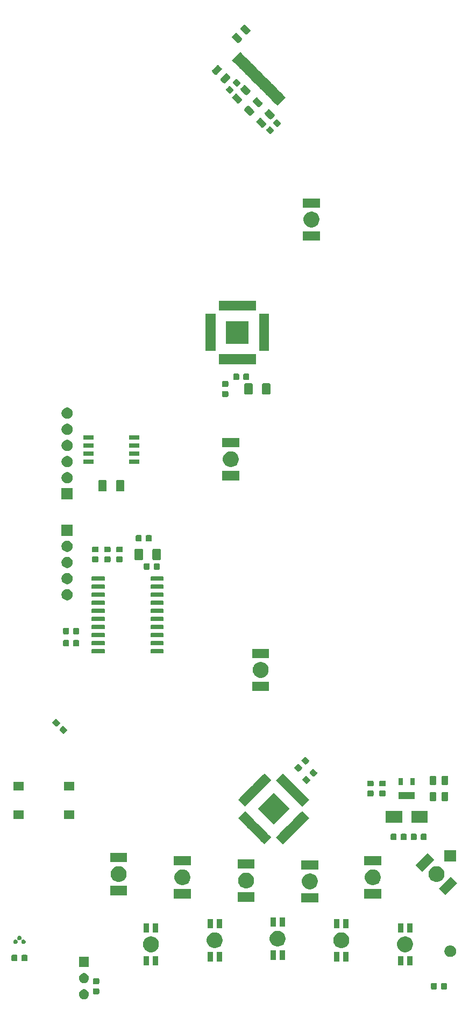
<source format=gbs>
G04 #@! TF.GenerationSoftware,KiCad,Pcbnew,(5.1.5)-3*
G04 #@! TF.CreationDate,2020-02-08T22:35:02-06:00*
G04 #@! TF.ProjectId,tymkrs_Cyphercon_2020_coyote,74796d6b-7273-45f4-9379-70686572636f,V0*
G04 #@! TF.SameCoordinates,Original*
G04 #@! TF.FileFunction,Soldermask,Bot*
G04 #@! TF.FilePolarity,Negative*
%FSLAX46Y46*%
G04 Gerber Fmt 4.6, Leading zero omitted, Abs format (unit mm)*
G04 Created by KiCad (PCBNEW (5.1.5)-3) date 2020-02-08 22:35:02*
%MOMM*%
%LPD*%
G04 APERTURE LIST*
%ADD10C,0.100000*%
G04 APERTURE END LIST*
D10*
G36*
X96749676Y-194187859D02*
G01*
X96892973Y-194247214D01*
X97021938Y-194333386D01*
X97131614Y-194443062D01*
X97217786Y-194572027D01*
X97277141Y-194715324D01*
X97307400Y-194867447D01*
X97307400Y-195022553D01*
X97277141Y-195174676D01*
X97217786Y-195317973D01*
X97131614Y-195446938D01*
X97021938Y-195556614D01*
X96892973Y-195642786D01*
X96749676Y-195702141D01*
X96597553Y-195732400D01*
X96442447Y-195732400D01*
X96290324Y-195702141D01*
X96147027Y-195642786D01*
X96018062Y-195556614D01*
X95908386Y-195446938D01*
X95822214Y-195317973D01*
X95762859Y-195174676D01*
X95732600Y-195022553D01*
X95732600Y-194867447D01*
X95762859Y-194715324D01*
X95822214Y-194572027D01*
X95908386Y-194443062D01*
X96018062Y-194333386D01*
X96147027Y-194247214D01*
X96290324Y-194187859D01*
X96442447Y-194157600D01*
X96597553Y-194157600D01*
X96749676Y-194187859D01*
G37*
G36*
X98789292Y-194003439D02*
G01*
X98820872Y-194013019D01*
X98849978Y-194028577D01*
X98875488Y-194049512D01*
X98896423Y-194075022D01*
X98911981Y-194104128D01*
X98921561Y-194135708D01*
X98925400Y-194174690D01*
X98925400Y-194750310D01*
X98921561Y-194789292D01*
X98911981Y-194820872D01*
X98896423Y-194849978D01*
X98875488Y-194875488D01*
X98849978Y-194896423D01*
X98820872Y-194911981D01*
X98789292Y-194921561D01*
X98750310Y-194925400D01*
X98099690Y-194925400D01*
X98060708Y-194921561D01*
X98029128Y-194911981D01*
X98000022Y-194896423D01*
X97974512Y-194875488D01*
X97953577Y-194849978D01*
X97938019Y-194820872D01*
X97928439Y-194789292D01*
X97924600Y-194750310D01*
X97924600Y-194174690D01*
X97928439Y-194135708D01*
X97938019Y-194104128D01*
X97953577Y-194075022D01*
X97974512Y-194049512D01*
X98000022Y-194028577D01*
X98029128Y-194013019D01*
X98060708Y-194003439D01*
X98099690Y-193999600D01*
X98750310Y-193999600D01*
X98789292Y-194003439D01*
G37*
G36*
X153514292Y-193178439D02*
G01*
X153545872Y-193188019D01*
X153574978Y-193203577D01*
X153600488Y-193224512D01*
X153621423Y-193250022D01*
X153636981Y-193279128D01*
X153646561Y-193310708D01*
X153650400Y-193349690D01*
X153650400Y-194000310D01*
X153646561Y-194039292D01*
X153636981Y-194070872D01*
X153621423Y-194099978D01*
X153600488Y-194125488D01*
X153574978Y-194146423D01*
X153545872Y-194161981D01*
X153514292Y-194171561D01*
X153475310Y-194175400D01*
X152899690Y-194175400D01*
X152860708Y-194171561D01*
X152829128Y-194161981D01*
X152800022Y-194146423D01*
X152774512Y-194125488D01*
X152753577Y-194099978D01*
X152738019Y-194070872D01*
X152728439Y-194039292D01*
X152724600Y-194000310D01*
X152724600Y-193349690D01*
X152728439Y-193310708D01*
X152738019Y-193279128D01*
X152753577Y-193250022D01*
X152774512Y-193224512D01*
X152800022Y-193203577D01*
X152829128Y-193188019D01*
X152860708Y-193178439D01*
X152899690Y-193174600D01*
X153475310Y-193174600D01*
X153514292Y-193178439D01*
G37*
G36*
X151939292Y-193178439D02*
G01*
X151970872Y-193188019D01*
X151999978Y-193203577D01*
X152025488Y-193224512D01*
X152046423Y-193250022D01*
X152061981Y-193279128D01*
X152071561Y-193310708D01*
X152075400Y-193349690D01*
X152075400Y-194000310D01*
X152071561Y-194039292D01*
X152061981Y-194070872D01*
X152046423Y-194099978D01*
X152025488Y-194125488D01*
X151999978Y-194146423D01*
X151970872Y-194161981D01*
X151939292Y-194171561D01*
X151900310Y-194175400D01*
X151324690Y-194175400D01*
X151285708Y-194171561D01*
X151254128Y-194161981D01*
X151225022Y-194146423D01*
X151199512Y-194125488D01*
X151178577Y-194099978D01*
X151163019Y-194070872D01*
X151153439Y-194039292D01*
X151149600Y-194000310D01*
X151149600Y-193349690D01*
X151153439Y-193310708D01*
X151163019Y-193279128D01*
X151178577Y-193250022D01*
X151199512Y-193224512D01*
X151225022Y-193203577D01*
X151254128Y-193188019D01*
X151285708Y-193178439D01*
X151324690Y-193174600D01*
X151900310Y-193174600D01*
X151939292Y-193178439D01*
G37*
G36*
X98789292Y-192428439D02*
G01*
X98820872Y-192438019D01*
X98849978Y-192453577D01*
X98875488Y-192474512D01*
X98896423Y-192500022D01*
X98911981Y-192529128D01*
X98921561Y-192560708D01*
X98925400Y-192599690D01*
X98925400Y-193175310D01*
X98921561Y-193214292D01*
X98911981Y-193245872D01*
X98896423Y-193274978D01*
X98875488Y-193300488D01*
X98849978Y-193321423D01*
X98820872Y-193336981D01*
X98789292Y-193346561D01*
X98750310Y-193350400D01*
X98099690Y-193350400D01*
X98060708Y-193346561D01*
X98029128Y-193336981D01*
X98000022Y-193321423D01*
X97974512Y-193300488D01*
X97953577Y-193274978D01*
X97938019Y-193245872D01*
X97928439Y-193214292D01*
X97924600Y-193175310D01*
X97924600Y-192599690D01*
X97928439Y-192560708D01*
X97938019Y-192529128D01*
X97953577Y-192500022D01*
X97974512Y-192474512D01*
X98000022Y-192453577D01*
X98029128Y-192438019D01*
X98060708Y-192428439D01*
X98099690Y-192424600D01*
X98750310Y-192424600D01*
X98789292Y-192428439D01*
G37*
G36*
X96749676Y-191647859D02*
G01*
X96892973Y-191707214D01*
X97021938Y-191793386D01*
X97131614Y-191903062D01*
X97217786Y-192032027D01*
X97277141Y-192175324D01*
X97307400Y-192327447D01*
X97307400Y-192482553D01*
X97277141Y-192634676D01*
X97217786Y-192777973D01*
X97131614Y-192906938D01*
X97021938Y-193016614D01*
X96892973Y-193102786D01*
X96749676Y-193162141D01*
X96597553Y-193192400D01*
X96442447Y-193192400D01*
X96290324Y-193162141D01*
X96147027Y-193102786D01*
X96018062Y-193016614D01*
X95908386Y-192906938D01*
X95822214Y-192777973D01*
X95762859Y-192634676D01*
X95732600Y-192482553D01*
X95732600Y-192327447D01*
X95762859Y-192175324D01*
X95822214Y-192032027D01*
X95908386Y-191903062D01*
X96018062Y-191793386D01*
X96147027Y-191707214D01*
X96290324Y-191647859D01*
X96442447Y-191617600D01*
X96597553Y-191617600D01*
X96749676Y-191647859D01*
G37*
G36*
X97307400Y-190652400D02*
G01*
X95732600Y-190652400D01*
X95732600Y-189077600D01*
X97307400Y-189077600D01*
X97307400Y-190652400D01*
G37*
G36*
X108211400Y-190396400D02*
G01*
X107360600Y-190396400D01*
X107360600Y-188945600D01*
X108211400Y-188945600D01*
X108211400Y-190396400D01*
G37*
G36*
X148216400Y-190396400D02*
G01*
X147365600Y-190396400D01*
X147365600Y-188945600D01*
X148216400Y-188945600D01*
X148216400Y-190396400D01*
G37*
G36*
X146766400Y-190396400D02*
G01*
X145915600Y-190396400D01*
X145915600Y-188945600D01*
X146766400Y-188945600D01*
X146766400Y-190396400D01*
G37*
G36*
X106761400Y-190396400D02*
G01*
X105910600Y-190396400D01*
X105910600Y-188945600D01*
X106761400Y-188945600D01*
X106761400Y-190396400D01*
G37*
G36*
X116794400Y-189761400D02*
G01*
X115943600Y-189761400D01*
X115943600Y-188310600D01*
X116794400Y-188310600D01*
X116794400Y-189761400D01*
G37*
G36*
X118244400Y-189761400D02*
G01*
X117393600Y-189761400D01*
X117393600Y-188310600D01*
X118244400Y-188310600D01*
X118244400Y-189761400D01*
G37*
G36*
X138183400Y-189761400D02*
G01*
X137332600Y-189761400D01*
X137332600Y-188310600D01*
X138183400Y-188310600D01*
X138183400Y-189761400D01*
G37*
G36*
X136733400Y-189761400D02*
G01*
X135882600Y-189761400D01*
X135882600Y-188310600D01*
X136733400Y-188310600D01*
X136733400Y-189761400D01*
G37*
G36*
X87474292Y-188733439D02*
G01*
X87505872Y-188743019D01*
X87534978Y-188758577D01*
X87560488Y-188779512D01*
X87581423Y-188805022D01*
X87596981Y-188834128D01*
X87606561Y-188865708D01*
X87610400Y-188904690D01*
X87610400Y-189555310D01*
X87606561Y-189594292D01*
X87596981Y-189625872D01*
X87581423Y-189654978D01*
X87560488Y-189680488D01*
X87534978Y-189701423D01*
X87505872Y-189716981D01*
X87474292Y-189726561D01*
X87435310Y-189730400D01*
X86859690Y-189730400D01*
X86820708Y-189726561D01*
X86789128Y-189716981D01*
X86760022Y-189701423D01*
X86734512Y-189680488D01*
X86713577Y-189654978D01*
X86698019Y-189625872D01*
X86688439Y-189594292D01*
X86684600Y-189555310D01*
X86684600Y-188904690D01*
X86688439Y-188865708D01*
X86698019Y-188834128D01*
X86713577Y-188805022D01*
X86734512Y-188779512D01*
X86760022Y-188758577D01*
X86789128Y-188743019D01*
X86820708Y-188733439D01*
X86859690Y-188729600D01*
X87435310Y-188729600D01*
X87474292Y-188733439D01*
G37*
G36*
X85899292Y-188733439D02*
G01*
X85930872Y-188743019D01*
X85959978Y-188758577D01*
X85985488Y-188779512D01*
X86006423Y-188805022D01*
X86021981Y-188834128D01*
X86031561Y-188865708D01*
X86035400Y-188904690D01*
X86035400Y-189555310D01*
X86031561Y-189594292D01*
X86021981Y-189625872D01*
X86006423Y-189654978D01*
X85985488Y-189680488D01*
X85959978Y-189701423D01*
X85930872Y-189716981D01*
X85899292Y-189726561D01*
X85860310Y-189730400D01*
X85284690Y-189730400D01*
X85245708Y-189726561D01*
X85214128Y-189716981D01*
X85185022Y-189701423D01*
X85159512Y-189680488D01*
X85138577Y-189654978D01*
X85123019Y-189625872D01*
X85113439Y-189594292D01*
X85109600Y-189555310D01*
X85109600Y-188904690D01*
X85113439Y-188865708D01*
X85123019Y-188834128D01*
X85138577Y-188805022D01*
X85159512Y-188779512D01*
X85185022Y-188758577D01*
X85214128Y-188743019D01*
X85245708Y-188733439D01*
X85284690Y-188729600D01*
X85860310Y-188729600D01*
X85899292Y-188733439D01*
G37*
G36*
X126700400Y-189507400D02*
G01*
X125849600Y-189507400D01*
X125849600Y-188056600D01*
X126700400Y-188056600D01*
X126700400Y-189507400D01*
G37*
G36*
X128150400Y-189507400D02*
G01*
X127299600Y-189507400D01*
X127299600Y-188056600D01*
X128150400Y-188056600D01*
X128150400Y-189507400D01*
G37*
G36*
X154444721Y-187283940D02*
G01*
X154542201Y-187324318D01*
X154611130Y-187352869D01*
X154611131Y-187352870D01*
X154760896Y-187452939D01*
X154888261Y-187580304D01*
X154926787Y-187637963D01*
X154988331Y-187730070D01*
X155016882Y-187798999D01*
X155057260Y-187896479D01*
X155092400Y-188073139D01*
X155092400Y-188253261D01*
X155057260Y-188429921D01*
X155016882Y-188527401D01*
X154988331Y-188596330D01*
X154988330Y-188596331D01*
X154888261Y-188746096D01*
X154760896Y-188873461D01*
X154714158Y-188904690D01*
X154611130Y-188973531D01*
X154542201Y-189002082D01*
X154444721Y-189042460D01*
X154268061Y-189077600D01*
X154087939Y-189077600D01*
X153911279Y-189042460D01*
X153813799Y-189002082D01*
X153744870Y-188973531D01*
X153641842Y-188904690D01*
X153595104Y-188873461D01*
X153467739Y-188746096D01*
X153367670Y-188596331D01*
X153367669Y-188596330D01*
X153339118Y-188527401D01*
X153298740Y-188429921D01*
X153263600Y-188253261D01*
X153263600Y-188073139D01*
X153298740Y-187896479D01*
X153339118Y-187798999D01*
X153367669Y-187730070D01*
X153429213Y-187637963D01*
X153467739Y-187580304D01*
X153595104Y-187452939D01*
X153744869Y-187352870D01*
X153744870Y-187352869D01*
X153813799Y-187324318D01*
X153911279Y-187283940D01*
X154087939Y-187248800D01*
X154268061Y-187248800D01*
X154444721Y-187283940D01*
G37*
G36*
X147430610Y-185869036D02*
G01*
X147658095Y-185963264D01*
X147658097Y-185963265D01*
X147862828Y-186100062D01*
X148036938Y-186274172D01*
X148168732Y-186471415D01*
X148173736Y-186478905D01*
X148267964Y-186706390D01*
X148316000Y-186947884D01*
X148316000Y-187194116D01*
X148267964Y-187435610D01*
X148173736Y-187663095D01*
X148173735Y-187663097D01*
X148036938Y-187867828D01*
X147862828Y-188041938D01*
X147658097Y-188178735D01*
X147658096Y-188178736D01*
X147658095Y-188178736D01*
X147430610Y-188272964D01*
X147189116Y-188321000D01*
X146942884Y-188321000D01*
X146701390Y-188272964D01*
X146473905Y-188178736D01*
X146473904Y-188178736D01*
X146473903Y-188178735D01*
X146269172Y-188041938D01*
X146095062Y-187867828D01*
X145958265Y-187663097D01*
X145958264Y-187663095D01*
X145864036Y-187435610D01*
X145816000Y-187194116D01*
X145816000Y-186947884D01*
X145864036Y-186706390D01*
X145958264Y-186478905D01*
X145963269Y-186471415D01*
X146095062Y-186274172D01*
X146269172Y-186100062D01*
X146473903Y-185963265D01*
X146473905Y-185963264D01*
X146701390Y-185869036D01*
X146942884Y-185821000D01*
X147189116Y-185821000D01*
X147430610Y-185869036D01*
G37*
G36*
X107425610Y-185869036D02*
G01*
X107653095Y-185963264D01*
X107653097Y-185963265D01*
X107857828Y-186100062D01*
X108031938Y-186274172D01*
X108163732Y-186471415D01*
X108168736Y-186478905D01*
X108262964Y-186706390D01*
X108311000Y-186947884D01*
X108311000Y-187194116D01*
X108262964Y-187435610D01*
X108168736Y-187663095D01*
X108168735Y-187663097D01*
X108031938Y-187867828D01*
X107857828Y-188041938D01*
X107653097Y-188178735D01*
X107653096Y-188178736D01*
X107653095Y-188178736D01*
X107425610Y-188272964D01*
X107184116Y-188321000D01*
X106937884Y-188321000D01*
X106696390Y-188272964D01*
X106468905Y-188178736D01*
X106468904Y-188178736D01*
X106468903Y-188178735D01*
X106264172Y-188041938D01*
X106090062Y-187867828D01*
X105953265Y-187663097D01*
X105953264Y-187663095D01*
X105859036Y-187435610D01*
X105811000Y-187194116D01*
X105811000Y-186947884D01*
X105859036Y-186706390D01*
X105953264Y-186478905D01*
X105958269Y-186471415D01*
X106090062Y-186274172D01*
X106264172Y-186100062D01*
X106468903Y-185963265D01*
X106468905Y-185963264D01*
X106696390Y-185869036D01*
X106937884Y-185821000D01*
X107184116Y-185821000D01*
X107425610Y-185869036D01*
G37*
G36*
X137397610Y-185234036D02*
G01*
X137625095Y-185328264D01*
X137625097Y-185328265D01*
X137829828Y-185465062D01*
X138003938Y-185639172D01*
X138135732Y-185836415D01*
X138140736Y-185843905D01*
X138234964Y-186071390D01*
X138283000Y-186312884D01*
X138283000Y-186559116D01*
X138234964Y-186800610D01*
X138161143Y-186978828D01*
X138140735Y-187028097D01*
X138003938Y-187232828D01*
X137829828Y-187406938D01*
X137625097Y-187543735D01*
X137625096Y-187543736D01*
X137625095Y-187543736D01*
X137397610Y-187637964D01*
X137156116Y-187686000D01*
X136909884Y-187686000D01*
X136668390Y-187637964D01*
X136440905Y-187543736D01*
X136440904Y-187543736D01*
X136440903Y-187543735D01*
X136236172Y-187406938D01*
X136062062Y-187232828D01*
X135925265Y-187028097D01*
X135904857Y-186978828D01*
X135831036Y-186800610D01*
X135783000Y-186559116D01*
X135783000Y-186312884D01*
X135831036Y-186071390D01*
X135925264Y-185843905D01*
X135930269Y-185836415D01*
X136062062Y-185639172D01*
X136236172Y-185465062D01*
X136440903Y-185328265D01*
X136440905Y-185328264D01*
X136668390Y-185234036D01*
X136909884Y-185186000D01*
X137156116Y-185186000D01*
X137397610Y-185234036D01*
G37*
G36*
X117458610Y-185234036D02*
G01*
X117686095Y-185328264D01*
X117686097Y-185328265D01*
X117890828Y-185465062D01*
X118064938Y-185639172D01*
X118196732Y-185836415D01*
X118201736Y-185843905D01*
X118295964Y-186071390D01*
X118344000Y-186312884D01*
X118344000Y-186559116D01*
X118295964Y-186800610D01*
X118222143Y-186978828D01*
X118201735Y-187028097D01*
X118064938Y-187232828D01*
X117890828Y-187406938D01*
X117686097Y-187543735D01*
X117686096Y-187543736D01*
X117686095Y-187543736D01*
X117458610Y-187637964D01*
X117217116Y-187686000D01*
X116970884Y-187686000D01*
X116729390Y-187637964D01*
X116501905Y-187543736D01*
X116501904Y-187543736D01*
X116501903Y-187543735D01*
X116297172Y-187406938D01*
X116123062Y-187232828D01*
X115986265Y-187028097D01*
X115965857Y-186978828D01*
X115892036Y-186800610D01*
X115844000Y-186559116D01*
X115844000Y-186312884D01*
X115892036Y-186071390D01*
X115986264Y-185843905D01*
X115991269Y-185836415D01*
X116123062Y-185639172D01*
X116297172Y-185465062D01*
X116501903Y-185328265D01*
X116501905Y-185328264D01*
X116729390Y-185234036D01*
X116970884Y-185186000D01*
X117217116Y-185186000D01*
X117458610Y-185234036D01*
G37*
G36*
X127364610Y-184980036D02*
G01*
X127592095Y-185074264D01*
X127592097Y-185074265D01*
X127759320Y-185186000D01*
X127796828Y-185211062D01*
X127970938Y-185385172D01*
X128107736Y-185589905D01*
X128201964Y-185817390D01*
X128250000Y-186058884D01*
X128250000Y-186305116D01*
X128201964Y-186546610D01*
X128128580Y-186723773D01*
X128107735Y-186774097D01*
X127970938Y-186978828D01*
X127796828Y-187152938D01*
X127592097Y-187289735D01*
X127592096Y-187289736D01*
X127592095Y-187289736D01*
X127364610Y-187383964D01*
X127123116Y-187432000D01*
X126876884Y-187432000D01*
X126635390Y-187383964D01*
X126407905Y-187289736D01*
X126407904Y-187289736D01*
X126407903Y-187289735D01*
X126203172Y-187152938D01*
X126029062Y-186978828D01*
X125892265Y-186774097D01*
X125871420Y-186723773D01*
X125798036Y-186546610D01*
X125750000Y-186305116D01*
X125750000Y-186058884D01*
X125798036Y-185817390D01*
X125892264Y-185589905D01*
X126029062Y-185385172D01*
X126203172Y-185211062D01*
X126240680Y-185186000D01*
X126407903Y-185074265D01*
X126407905Y-185074264D01*
X126635390Y-184980036D01*
X126876884Y-184932000D01*
X127123116Y-184932000D01*
X127364610Y-184980036D01*
G37*
G36*
X86460020Y-185725277D02*
G01*
X86522422Y-185751125D01*
X86522424Y-185751126D01*
X86578586Y-185788652D01*
X86626348Y-185836414D01*
X86663874Y-185892576D01*
X86663875Y-185892578D01*
X86689723Y-185954980D01*
X86702900Y-186021226D01*
X86702900Y-186088774D01*
X86689723Y-186155019D01*
X86660068Y-186226613D01*
X86652955Y-186250062D01*
X86650553Y-186274448D01*
X86652955Y-186298834D01*
X86660068Y-186322283D01*
X86671619Y-186343894D01*
X86687164Y-186362836D01*
X86706106Y-186378381D01*
X86727717Y-186389932D01*
X86751166Y-186397045D01*
X86775552Y-186399447D01*
X86799938Y-186397045D01*
X86823387Y-186389932D01*
X86894981Y-186360277D01*
X86961226Y-186347100D01*
X87028774Y-186347100D01*
X87095020Y-186360277D01*
X87154037Y-186384723D01*
X87157424Y-186386126D01*
X87213586Y-186423652D01*
X87261348Y-186471414D01*
X87266353Y-186478905D01*
X87298875Y-186527578D01*
X87324723Y-186589980D01*
X87337900Y-186656226D01*
X87337900Y-186723774D01*
X87324723Y-186790020D01*
X87298875Y-186852422D01*
X87298874Y-186852424D01*
X87261348Y-186908586D01*
X87213586Y-186956348D01*
X87157424Y-186993874D01*
X87157423Y-186993875D01*
X87157422Y-186993875D01*
X87095020Y-187019723D01*
X87028774Y-187032900D01*
X86961226Y-187032900D01*
X86894980Y-187019723D01*
X86832578Y-186993875D01*
X86832577Y-186993875D01*
X86832576Y-186993874D01*
X86776414Y-186956348D01*
X86728652Y-186908586D01*
X86691126Y-186852424D01*
X86691125Y-186852422D01*
X86665277Y-186790020D01*
X86652100Y-186723774D01*
X86652100Y-186656226D01*
X86665277Y-186589981D01*
X86694932Y-186518387D01*
X86702045Y-186494938D01*
X86704447Y-186470552D01*
X86702045Y-186446166D01*
X86694932Y-186422717D01*
X86683381Y-186401106D01*
X86667836Y-186382164D01*
X86648894Y-186366619D01*
X86627283Y-186355068D01*
X86603834Y-186347955D01*
X86579448Y-186345553D01*
X86555062Y-186347955D01*
X86531613Y-186355068D01*
X86460019Y-186384723D01*
X86393774Y-186397900D01*
X86326226Y-186397900D01*
X86259981Y-186384723D01*
X86188387Y-186355068D01*
X86164938Y-186347955D01*
X86140552Y-186345553D01*
X86116166Y-186347955D01*
X86092717Y-186355068D01*
X86071106Y-186366619D01*
X86052164Y-186382164D01*
X86036619Y-186401106D01*
X86025068Y-186422717D01*
X86017955Y-186446166D01*
X86015553Y-186470552D01*
X86017955Y-186494938D01*
X86025068Y-186518387D01*
X86054723Y-186589981D01*
X86067900Y-186656226D01*
X86067900Y-186723774D01*
X86054723Y-186790020D01*
X86028875Y-186852422D01*
X86028874Y-186852424D01*
X85991348Y-186908586D01*
X85943586Y-186956348D01*
X85887424Y-186993874D01*
X85887423Y-186993875D01*
X85887422Y-186993875D01*
X85825020Y-187019723D01*
X85758774Y-187032900D01*
X85691226Y-187032900D01*
X85624980Y-187019723D01*
X85562578Y-186993875D01*
X85562577Y-186993875D01*
X85562576Y-186993874D01*
X85506414Y-186956348D01*
X85458652Y-186908586D01*
X85421126Y-186852424D01*
X85421125Y-186852422D01*
X85395277Y-186790020D01*
X85382100Y-186723774D01*
X85382100Y-186656226D01*
X85395277Y-186589980D01*
X85421125Y-186527578D01*
X85453647Y-186478905D01*
X85458652Y-186471414D01*
X85506414Y-186423652D01*
X85562576Y-186386126D01*
X85565963Y-186384723D01*
X85624980Y-186360277D01*
X85691226Y-186347100D01*
X85758774Y-186347100D01*
X85825019Y-186360277D01*
X85896613Y-186389932D01*
X85920062Y-186397045D01*
X85944448Y-186399447D01*
X85968834Y-186397045D01*
X85992283Y-186389932D01*
X86013894Y-186378381D01*
X86032836Y-186362836D01*
X86048381Y-186343894D01*
X86059932Y-186322283D01*
X86067045Y-186298834D01*
X86069447Y-186274448D01*
X86067045Y-186250062D01*
X86059932Y-186226613D01*
X86030277Y-186155019D01*
X86017100Y-186088774D01*
X86017100Y-186021226D01*
X86030277Y-185954980D01*
X86056125Y-185892578D01*
X86056126Y-185892576D01*
X86093652Y-185836414D01*
X86141414Y-185788652D01*
X86197576Y-185751126D01*
X86197578Y-185751125D01*
X86259980Y-185725277D01*
X86326226Y-185712100D01*
X86393774Y-185712100D01*
X86460020Y-185725277D01*
G37*
G36*
X146766400Y-185196400D02*
G01*
X145915600Y-185196400D01*
X145915600Y-183745600D01*
X146766400Y-183745600D01*
X146766400Y-185196400D01*
G37*
G36*
X106761400Y-185196400D02*
G01*
X105910600Y-185196400D01*
X105910600Y-183745600D01*
X106761400Y-183745600D01*
X106761400Y-185196400D01*
G37*
G36*
X148216400Y-185196400D02*
G01*
X147365600Y-185196400D01*
X147365600Y-183745600D01*
X148216400Y-183745600D01*
X148216400Y-185196400D01*
G37*
G36*
X108211400Y-185196400D02*
G01*
X107360600Y-185196400D01*
X107360600Y-183745600D01*
X108211400Y-183745600D01*
X108211400Y-185196400D01*
G37*
G36*
X136733400Y-184561400D02*
G01*
X135882600Y-184561400D01*
X135882600Y-183110600D01*
X136733400Y-183110600D01*
X136733400Y-184561400D01*
G37*
G36*
X118244400Y-184561400D02*
G01*
X117393600Y-184561400D01*
X117393600Y-183110600D01*
X118244400Y-183110600D01*
X118244400Y-184561400D01*
G37*
G36*
X116794400Y-184561400D02*
G01*
X115943600Y-184561400D01*
X115943600Y-183110600D01*
X116794400Y-183110600D01*
X116794400Y-184561400D01*
G37*
G36*
X138183400Y-184561400D02*
G01*
X137332600Y-184561400D01*
X137332600Y-183110600D01*
X138183400Y-183110600D01*
X138183400Y-184561400D01*
G37*
G36*
X128150400Y-184307400D02*
G01*
X127299600Y-184307400D01*
X127299600Y-182856600D01*
X128150400Y-182856600D01*
X128150400Y-184307400D01*
G37*
G36*
X126700400Y-184307400D02*
G01*
X125849600Y-184307400D01*
X125849600Y-182856600D01*
X126700400Y-182856600D01*
X126700400Y-184307400D01*
G37*
G36*
X133405400Y-180490400D02*
G01*
X130754600Y-180490400D01*
X130754600Y-179039600D01*
X133405400Y-179039600D01*
X133405400Y-180490400D01*
G37*
G36*
X123372400Y-180363400D02*
G01*
X120721600Y-180363400D01*
X120721600Y-178912600D01*
X123372400Y-178912600D01*
X123372400Y-180363400D01*
G37*
G36*
X143311400Y-179855400D02*
G01*
X140660600Y-179855400D01*
X140660600Y-178404600D01*
X143311400Y-178404600D01*
X143311400Y-179855400D01*
G37*
G36*
X113339400Y-179855400D02*
G01*
X110688600Y-179855400D01*
X110688600Y-178404600D01*
X113339400Y-178404600D01*
X113339400Y-179855400D01*
G37*
G36*
X103306400Y-179347400D02*
G01*
X100655600Y-179347400D01*
X100655600Y-177896600D01*
X103306400Y-177896600D01*
X103306400Y-179347400D01*
G37*
G36*
X155307613Y-177436214D02*
G01*
X153433214Y-179310613D01*
X152407343Y-178284742D01*
X154281742Y-176410343D01*
X155307613Y-177436214D01*
G37*
G36*
X132444610Y-175963036D02*
G01*
X132672095Y-176057264D01*
X132672097Y-176057265D01*
X132876828Y-176194062D01*
X133050938Y-176368172D01*
X133102878Y-176445905D01*
X133187736Y-176572905D01*
X133281964Y-176800390D01*
X133330000Y-177041884D01*
X133330000Y-177288116D01*
X133281964Y-177529610D01*
X133187736Y-177757095D01*
X133187735Y-177757097D01*
X133050938Y-177961828D01*
X132876828Y-178135938D01*
X132672097Y-178272735D01*
X132672096Y-178272736D01*
X132672095Y-178272736D01*
X132444610Y-178366964D01*
X132203116Y-178415000D01*
X131956884Y-178415000D01*
X131715390Y-178366964D01*
X131487905Y-178272736D01*
X131487904Y-178272736D01*
X131487903Y-178272735D01*
X131283172Y-178135938D01*
X131109062Y-177961828D01*
X130972265Y-177757097D01*
X130972264Y-177757095D01*
X130878036Y-177529610D01*
X130830000Y-177288116D01*
X130830000Y-177041884D01*
X130878036Y-176800390D01*
X130972264Y-176572905D01*
X131057123Y-176445905D01*
X131109062Y-176368172D01*
X131283172Y-176194062D01*
X131487903Y-176057265D01*
X131487905Y-176057264D01*
X131715390Y-175963036D01*
X131956884Y-175915000D01*
X132203116Y-175915000D01*
X132444610Y-175963036D01*
G37*
G36*
X122411610Y-175836036D02*
G01*
X122639095Y-175930264D01*
X122639097Y-175930265D01*
X122843828Y-176067062D01*
X123017938Y-176241172D01*
X123130975Y-176410343D01*
X123154736Y-176445905D01*
X123248964Y-176673390D01*
X123297000Y-176914884D01*
X123297000Y-177161116D01*
X123248964Y-177402610D01*
X123196358Y-177529611D01*
X123154735Y-177630097D01*
X123017938Y-177834828D01*
X122843828Y-178008938D01*
X122639097Y-178145735D01*
X122639096Y-178145736D01*
X122639095Y-178145736D01*
X122411610Y-178239964D01*
X122170116Y-178288000D01*
X121923884Y-178288000D01*
X121682390Y-178239964D01*
X121454905Y-178145736D01*
X121454904Y-178145736D01*
X121454903Y-178145735D01*
X121250172Y-178008938D01*
X121076062Y-177834828D01*
X120939265Y-177630097D01*
X120897642Y-177529611D01*
X120845036Y-177402610D01*
X120797000Y-177161116D01*
X120797000Y-176914884D01*
X120845036Y-176673390D01*
X120939264Y-176445905D01*
X120963026Y-176410343D01*
X121076062Y-176241172D01*
X121250172Y-176067062D01*
X121454903Y-175930265D01*
X121454905Y-175930264D01*
X121682390Y-175836036D01*
X121923884Y-175788000D01*
X122170116Y-175788000D01*
X122411610Y-175836036D01*
G37*
G36*
X112378610Y-175328036D02*
G01*
X112606095Y-175422264D01*
X112606097Y-175422265D01*
X112810828Y-175559062D01*
X112984938Y-175733172D01*
X113116631Y-175930264D01*
X113121736Y-175937905D01*
X113215964Y-176165390D01*
X113264000Y-176406884D01*
X113264000Y-176653116D01*
X113215964Y-176894610D01*
X113154960Y-177041886D01*
X113121735Y-177122097D01*
X112984938Y-177326828D01*
X112810828Y-177500938D01*
X112606097Y-177637735D01*
X112606096Y-177637736D01*
X112606095Y-177637736D01*
X112378610Y-177731964D01*
X112137116Y-177780000D01*
X111890884Y-177780000D01*
X111649390Y-177731964D01*
X111421905Y-177637736D01*
X111421904Y-177637736D01*
X111421903Y-177637735D01*
X111217172Y-177500938D01*
X111043062Y-177326828D01*
X110906265Y-177122097D01*
X110873040Y-177041886D01*
X110812036Y-176894610D01*
X110764000Y-176653116D01*
X110764000Y-176406884D01*
X110812036Y-176165390D01*
X110906264Y-175937905D01*
X110911370Y-175930264D01*
X111043062Y-175733172D01*
X111217172Y-175559062D01*
X111421903Y-175422265D01*
X111421905Y-175422264D01*
X111649390Y-175328036D01*
X111890884Y-175280000D01*
X112137116Y-175280000D01*
X112378610Y-175328036D01*
G37*
G36*
X142350610Y-175328036D02*
G01*
X142578095Y-175422264D01*
X142578097Y-175422265D01*
X142782828Y-175559062D01*
X142956938Y-175733172D01*
X143088631Y-175930264D01*
X143093736Y-175937905D01*
X143187964Y-176165390D01*
X143236000Y-176406884D01*
X143236000Y-176653116D01*
X143187964Y-176894610D01*
X143126960Y-177041886D01*
X143093735Y-177122097D01*
X142956938Y-177326828D01*
X142782828Y-177500938D01*
X142578097Y-177637735D01*
X142578096Y-177637736D01*
X142578095Y-177637736D01*
X142350610Y-177731964D01*
X142109116Y-177780000D01*
X141862884Y-177780000D01*
X141621390Y-177731964D01*
X141393905Y-177637736D01*
X141393904Y-177637736D01*
X141393903Y-177637735D01*
X141189172Y-177500938D01*
X141015062Y-177326828D01*
X140878265Y-177122097D01*
X140845040Y-177041886D01*
X140784036Y-176894610D01*
X140736000Y-176653116D01*
X140736000Y-176406884D01*
X140784036Y-176165390D01*
X140878264Y-175937905D01*
X140883370Y-175930264D01*
X141015062Y-175733172D01*
X141189172Y-175559062D01*
X141393903Y-175422265D01*
X141393905Y-175422264D01*
X141621390Y-175328036D01*
X141862884Y-175280000D01*
X142109116Y-175280000D01*
X142350610Y-175328036D01*
G37*
G36*
X102345610Y-174820036D02*
G01*
X102573095Y-174914264D01*
X102573097Y-174914265D01*
X102777828Y-175051062D01*
X102951938Y-175225172D01*
X103083631Y-175422264D01*
X103088736Y-175429905D01*
X103182964Y-175657390D01*
X103231000Y-175898884D01*
X103231000Y-176145116D01*
X103182964Y-176386610D01*
X103088736Y-176614095D01*
X103088735Y-176614097D01*
X102951938Y-176818828D01*
X102777828Y-176992938D01*
X102573097Y-177129735D01*
X102573096Y-177129736D01*
X102573095Y-177129736D01*
X102345610Y-177223964D01*
X102104116Y-177272000D01*
X101857884Y-177272000D01*
X101616390Y-177223964D01*
X101388905Y-177129736D01*
X101388904Y-177129736D01*
X101388903Y-177129735D01*
X101184172Y-176992938D01*
X101010062Y-176818828D01*
X100873265Y-176614097D01*
X100873264Y-176614095D01*
X100779036Y-176386610D01*
X100731000Y-176145116D01*
X100731000Y-175898884D01*
X100779036Y-175657390D01*
X100873264Y-175429905D01*
X100878370Y-175422264D01*
X101010062Y-175225172D01*
X101184172Y-175051062D01*
X101388903Y-174914265D01*
X101388905Y-174914264D01*
X101616390Y-174820036D01*
X101857884Y-174772000D01*
X102104116Y-174772000D01*
X102345610Y-174820036D01*
G37*
G36*
X152383610Y-174820036D02*
G01*
X152611095Y-174914264D01*
X152611097Y-174914265D01*
X152815828Y-175051062D01*
X152989938Y-175225172D01*
X153121631Y-175422264D01*
X153126736Y-175429905D01*
X153220964Y-175657390D01*
X153269000Y-175898884D01*
X153269000Y-176145116D01*
X153220964Y-176386610D01*
X153126736Y-176614095D01*
X153126735Y-176614097D01*
X152989938Y-176818828D01*
X152815828Y-176992938D01*
X152611097Y-177129735D01*
X152611096Y-177129736D01*
X152611095Y-177129736D01*
X152383610Y-177223964D01*
X152142116Y-177272000D01*
X151895884Y-177272000D01*
X151654390Y-177223964D01*
X151426905Y-177129736D01*
X151426904Y-177129736D01*
X151426903Y-177129735D01*
X151222172Y-176992938D01*
X151048062Y-176818828D01*
X150911265Y-176614097D01*
X150911264Y-176614095D01*
X150817036Y-176386610D01*
X150769000Y-176145116D01*
X150769000Y-175898884D01*
X150817036Y-175657390D01*
X150911264Y-175429905D01*
X150916370Y-175422264D01*
X151048062Y-175225172D01*
X151222172Y-175051062D01*
X151426903Y-174914265D01*
X151426905Y-174914264D01*
X151654390Y-174820036D01*
X151895884Y-174772000D01*
X152142116Y-174772000D01*
X152383610Y-174820036D01*
G37*
G36*
X151630657Y-173759258D02*
G01*
X149756258Y-175633657D01*
X148730387Y-174607786D01*
X150604786Y-172733387D01*
X151630657Y-173759258D01*
G37*
G36*
X133405400Y-175290400D02*
G01*
X130754600Y-175290400D01*
X130754600Y-173839600D01*
X133405400Y-173839600D01*
X133405400Y-175290400D01*
G37*
G36*
X123372400Y-175163400D02*
G01*
X120721600Y-175163400D01*
X120721600Y-173712600D01*
X123372400Y-173712600D01*
X123372400Y-175163400D01*
G37*
G36*
X143311400Y-174655400D02*
G01*
X140660600Y-174655400D01*
X140660600Y-173204600D01*
X143311400Y-173204600D01*
X143311400Y-174655400D01*
G37*
G36*
X113339400Y-174655400D02*
G01*
X110688600Y-174655400D01*
X110688600Y-173204600D01*
X113339400Y-173204600D01*
X113339400Y-174655400D01*
G37*
G36*
X103306400Y-174147400D02*
G01*
X100655600Y-174147400D01*
X100655600Y-172696600D01*
X103306400Y-172696600D01*
X103306400Y-174147400D01*
G37*
G36*
X155092400Y-174091600D02*
G01*
X153263600Y-174091600D01*
X153263600Y-172262800D01*
X155092400Y-172262800D01*
X155092400Y-174091600D01*
G37*
G36*
X122122925Y-166336041D02*
G01*
X122122925Y-166336042D01*
X122228425Y-166441542D01*
X122228425Y-166441541D01*
X122476478Y-166689594D01*
X122476478Y-166689595D01*
X122581979Y-166795096D01*
X122581979Y-166795095D01*
X122830032Y-167043148D01*
X122830032Y-167043149D01*
X122935532Y-167148649D01*
X122935532Y-167148648D01*
X123183585Y-167396701D01*
X123183585Y-167396702D01*
X123289085Y-167502202D01*
X123289085Y-167502201D01*
X123537138Y-167750254D01*
X123537138Y-167750255D01*
X123642639Y-167855756D01*
X123642639Y-167855755D01*
X123890692Y-168103808D01*
X123890692Y-168103809D01*
X123996192Y-168209309D01*
X123996192Y-168209308D01*
X124244245Y-168457361D01*
X124244245Y-168457362D01*
X124349746Y-168562863D01*
X124349746Y-168562862D01*
X124597799Y-168810915D01*
X124597799Y-168810916D01*
X124703299Y-168916416D01*
X124703299Y-168916415D01*
X124951352Y-169164468D01*
X124951352Y-169164469D01*
X125056852Y-169269969D01*
X125056852Y-169269968D01*
X125304905Y-169518021D01*
X125304905Y-169518022D01*
X125410406Y-169623523D01*
X125410406Y-169623522D01*
X125658459Y-169871575D01*
X125658459Y-169871576D01*
X125763959Y-169977076D01*
X125763959Y-169977075D01*
X126012012Y-170225128D01*
X124915431Y-171321709D01*
X124667378Y-171073656D01*
X124667379Y-171073656D01*
X124561879Y-170968156D01*
X124561878Y-170968156D01*
X124313825Y-170720103D01*
X124313826Y-170720103D01*
X124208325Y-170614602D01*
X124208324Y-170614602D01*
X123960271Y-170366549D01*
X123960272Y-170366549D01*
X123854772Y-170261049D01*
X123854771Y-170261049D01*
X123606718Y-170012996D01*
X123606719Y-170012996D01*
X123501219Y-169907496D01*
X123501218Y-169907496D01*
X123253165Y-169659443D01*
X123253166Y-169659443D01*
X123147665Y-169553942D01*
X123147664Y-169553942D01*
X122899611Y-169305889D01*
X122899612Y-169305889D01*
X122794112Y-169200389D01*
X122794111Y-169200389D01*
X122546058Y-168952336D01*
X122546059Y-168952336D01*
X122440558Y-168846835D01*
X122440557Y-168846835D01*
X122192504Y-168598782D01*
X122192505Y-168598782D01*
X122087005Y-168493282D01*
X122087004Y-168493282D01*
X121838951Y-168245229D01*
X121838952Y-168245229D01*
X121733452Y-168139729D01*
X121733451Y-168139729D01*
X121485398Y-167891676D01*
X121485399Y-167891676D01*
X121379898Y-167786175D01*
X121379897Y-167786175D01*
X121131844Y-167538122D01*
X121131845Y-167538122D01*
X121026345Y-167432622D01*
X121026344Y-167432622D01*
X120778291Y-167184569D01*
X121874872Y-166087988D01*
X122122925Y-166336041D01*
G37*
G36*
X131951709Y-167184569D02*
G01*
X127814569Y-171321709D01*
X126717988Y-170225128D01*
X126966041Y-169977075D01*
X126966042Y-169977076D01*
X127071542Y-169871576D01*
X127071541Y-169871575D01*
X127319594Y-169623522D01*
X127319595Y-169623523D01*
X127425096Y-169518022D01*
X127425095Y-169518021D01*
X127673148Y-169269968D01*
X127673149Y-169269969D01*
X127778649Y-169164469D01*
X127778648Y-169164468D01*
X128026701Y-168916415D01*
X128026702Y-168916416D01*
X128132202Y-168810916D01*
X128132201Y-168810915D01*
X128380254Y-168562862D01*
X128380255Y-168562863D01*
X128485756Y-168457362D01*
X128485755Y-168457361D01*
X128733808Y-168209308D01*
X128733809Y-168209309D01*
X128839309Y-168103809D01*
X128839308Y-168103808D01*
X129087361Y-167855755D01*
X129087362Y-167855756D01*
X129192863Y-167750255D01*
X129192862Y-167750254D01*
X129440915Y-167502201D01*
X129440916Y-167502202D01*
X129546416Y-167396702D01*
X129546415Y-167396701D01*
X129794468Y-167148648D01*
X129794469Y-167148649D01*
X129899969Y-167043149D01*
X129899968Y-167043148D01*
X130148021Y-166795095D01*
X130148022Y-166795096D01*
X130253523Y-166689595D01*
X130253522Y-166689594D01*
X130501575Y-166441541D01*
X130501576Y-166441542D01*
X130607076Y-166336042D01*
X130607075Y-166336041D01*
X130855128Y-166087988D01*
X131951709Y-167184569D01*
G37*
G36*
X150339292Y-169683439D02*
G01*
X150370872Y-169693019D01*
X150399978Y-169708577D01*
X150425488Y-169729512D01*
X150446423Y-169755022D01*
X150461981Y-169784128D01*
X150471561Y-169815708D01*
X150475400Y-169854690D01*
X150475400Y-170505310D01*
X150471561Y-170544292D01*
X150461981Y-170575872D01*
X150446423Y-170604978D01*
X150425488Y-170630488D01*
X150399978Y-170651423D01*
X150370872Y-170666981D01*
X150339292Y-170676561D01*
X150300310Y-170680400D01*
X149724690Y-170680400D01*
X149685708Y-170676561D01*
X149654128Y-170666981D01*
X149625022Y-170651423D01*
X149599512Y-170630488D01*
X149578577Y-170604978D01*
X149563019Y-170575872D01*
X149553439Y-170544292D01*
X149549600Y-170505310D01*
X149549600Y-169854690D01*
X149553439Y-169815708D01*
X149563019Y-169784128D01*
X149578577Y-169755022D01*
X149599512Y-169729512D01*
X149625022Y-169708577D01*
X149654128Y-169693019D01*
X149685708Y-169683439D01*
X149724690Y-169679600D01*
X150300310Y-169679600D01*
X150339292Y-169683439D01*
G37*
G36*
X148764292Y-169683439D02*
G01*
X148795872Y-169693019D01*
X148824978Y-169708577D01*
X148850488Y-169729512D01*
X148871423Y-169755022D01*
X148886981Y-169784128D01*
X148896561Y-169815708D01*
X148900400Y-169854690D01*
X148900400Y-170505310D01*
X148896561Y-170544292D01*
X148886981Y-170575872D01*
X148871423Y-170604978D01*
X148850488Y-170630488D01*
X148824978Y-170651423D01*
X148795872Y-170666981D01*
X148764292Y-170676561D01*
X148725310Y-170680400D01*
X148149690Y-170680400D01*
X148110708Y-170676561D01*
X148079128Y-170666981D01*
X148050022Y-170651423D01*
X148024512Y-170630488D01*
X148003577Y-170604978D01*
X147988019Y-170575872D01*
X147978439Y-170544292D01*
X147974600Y-170505310D01*
X147974600Y-169854690D01*
X147978439Y-169815708D01*
X147988019Y-169784128D01*
X148003577Y-169755022D01*
X148024512Y-169729512D01*
X148050022Y-169708577D01*
X148079128Y-169693019D01*
X148110708Y-169683439D01*
X148149690Y-169679600D01*
X148725310Y-169679600D01*
X148764292Y-169683439D01*
G37*
G36*
X145589292Y-169683439D02*
G01*
X145620872Y-169693019D01*
X145649978Y-169708577D01*
X145675488Y-169729512D01*
X145696423Y-169755022D01*
X145711981Y-169784128D01*
X145721561Y-169815708D01*
X145725400Y-169854690D01*
X145725400Y-170505310D01*
X145721561Y-170544292D01*
X145711981Y-170575872D01*
X145696423Y-170604978D01*
X145675488Y-170630488D01*
X145649978Y-170651423D01*
X145620872Y-170666981D01*
X145589292Y-170676561D01*
X145550310Y-170680400D01*
X144974690Y-170680400D01*
X144935708Y-170676561D01*
X144904128Y-170666981D01*
X144875022Y-170651423D01*
X144849512Y-170630488D01*
X144828577Y-170604978D01*
X144813019Y-170575872D01*
X144803439Y-170544292D01*
X144799600Y-170505310D01*
X144799600Y-169854690D01*
X144803439Y-169815708D01*
X144813019Y-169784128D01*
X144828577Y-169755022D01*
X144849512Y-169729512D01*
X144875022Y-169708577D01*
X144904128Y-169693019D01*
X144935708Y-169683439D01*
X144974690Y-169679600D01*
X145550310Y-169679600D01*
X145589292Y-169683439D01*
G37*
G36*
X147164292Y-169683439D02*
G01*
X147195872Y-169693019D01*
X147224978Y-169708577D01*
X147250488Y-169729512D01*
X147271423Y-169755022D01*
X147286981Y-169784128D01*
X147296561Y-169815708D01*
X147300400Y-169854690D01*
X147300400Y-170505310D01*
X147296561Y-170544292D01*
X147286981Y-170575872D01*
X147271423Y-170604978D01*
X147250488Y-170630488D01*
X147224978Y-170651423D01*
X147195872Y-170666981D01*
X147164292Y-170676561D01*
X147125310Y-170680400D01*
X146549690Y-170680400D01*
X146510708Y-170676561D01*
X146479128Y-170666981D01*
X146450022Y-170651423D01*
X146424512Y-170630488D01*
X146403577Y-170604978D01*
X146388019Y-170575872D01*
X146378439Y-170544292D01*
X146374600Y-170505310D01*
X146374600Y-169854690D01*
X146378439Y-169815708D01*
X146388019Y-169784128D01*
X146403577Y-169755022D01*
X146424512Y-169729512D01*
X146450022Y-169708577D01*
X146479128Y-169693019D01*
X146510708Y-169683439D01*
X146549690Y-169679600D01*
X147125310Y-169679600D01*
X147164292Y-169683439D01*
G37*
G36*
X128875795Y-165735000D02*
G01*
X126365000Y-168245795D01*
X123854205Y-165735000D01*
X126365000Y-163224205D01*
X128875795Y-165735000D01*
G37*
G36*
X146595400Y-167930400D02*
G01*
X144044600Y-167930400D01*
X144044600Y-166079600D01*
X146595400Y-166079600D01*
X146595400Y-167930400D01*
G37*
G36*
X150595400Y-167930400D02*
G01*
X148044600Y-167930400D01*
X148044600Y-166079600D01*
X150595400Y-166079600D01*
X150595400Y-167930400D01*
G37*
G36*
X94945400Y-167390400D02*
G01*
X93344600Y-167390400D01*
X93344600Y-166039600D01*
X94945400Y-166039600D01*
X94945400Y-167390400D01*
G37*
G36*
X86995400Y-167390400D02*
G01*
X85394600Y-167390400D01*
X85394600Y-166039600D01*
X86995400Y-166039600D01*
X86995400Y-167390400D01*
G37*
G36*
X128062622Y-160396344D02*
G01*
X128062622Y-160396345D01*
X128168122Y-160501845D01*
X128168122Y-160501844D01*
X128416175Y-160749897D01*
X128416175Y-160749898D01*
X128521676Y-160855399D01*
X128521676Y-160855398D01*
X128769729Y-161103451D01*
X128769729Y-161103452D01*
X128875229Y-161208952D01*
X128875229Y-161208951D01*
X129123282Y-161457004D01*
X129123282Y-161457005D01*
X129228782Y-161562505D01*
X129228782Y-161562504D01*
X129476835Y-161810557D01*
X129476835Y-161810558D01*
X129582336Y-161916059D01*
X129582336Y-161916058D01*
X129830389Y-162164111D01*
X129830389Y-162164112D01*
X129935889Y-162269612D01*
X129935889Y-162269611D01*
X130183942Y-162517664D01*
X130183942Y-162517665D01*
X130289443Y-162623166D01*
X130289443Y-162623165D01*
X130537496Y-162871218D01*
X130537496Y-162871219D01*
X130642996Y-162976719D01*
X130642996Y-162976718D01*
X130891049Y-163224771D01*
X130891049Y-163224772D01*
X130996549Y-163330272D01*
X130996549Y-163330271D01*
X131244602Y-163578324D01*
X131244602Y-163578325D01*
X131350103Y-163683826D01*
X131350103Y-163683825D01*
X131598156Y-163931878D01*
X131598156Y-163931879D01*
X131703656Y-164037379D01*
X131703656Y-164037378D01*
X131951709Y-164285431D01*
X130855128Y-165382012D01*
X130607075Y-165133959D01*
X130607076Y-165133959D01*
X130501576Y-165028459D01*
X130501575Y-165028459D01*
X130253522Y-164780406D01*
X130253523Y-164780406D01*
X130148022Y-164674905D01*
X130148021Y-164674905D01*
X129899968Y-164426852D01*
X129899969Y-164426852D01*
X129794469Y-164321352D01*
X129794468Y-164321352D01*
X129546415Y-164073299D01*
X129546416Y-164073299D01*
X129440916Y-163967799D01*
X129440915Y-163967799D01*
X129192862Y-163719746D01*
X129192863Y-163719746D01*
X129087362Y-163614245D01*
X129087361Y-163614245D01*
X128839308Y-163366192D01*
X128839309Y-163366192D01*
X128733809Y-163260692D01*
X128733808Y-163260692D01*
X128485755Y-163012639D01*
X128485756Y-163012639D01*
X128380255Y-162907138D01*
X128380254Y-162907138D01*
X128132201Y-162659085D01*
X128132202Y-162659085D01*
X128026702Y-162553585D01*
X128026701Y-162553585D01*
X127778648Y-162305532D01*
X127778649Y-162305532D01*
X127673149Y-162200032D01*
X127673148Y-162200032D01*
X127425095Y-161951979D01*
X127425096Y-161951979D01*
X127319595Y-161846478D01*
X127319594Y-161846478D01*
X127071541Y-161598425D01*
X127071542Y-161598425D01*
X126966042Y-161492925D01*
X126966041Y-161492925D01*
X126717988Y-161244872D01*
X127814569Y-160148291D01*
X128062622Y-160396344D01*
G37*
G36*
X126012012Y-161244872D02*
G01*
X121874872Y-165382012D01*
X120778291Y-164285431D01*
X121026344Y-164037378D01*
X121026345Y-164037379D01*
X121131845Y-163931879D01*
X121131844Y-163931878D01*
X121379897Y-163683825D01*
X121379898Y-163683826D01*
X121485399Y-163578325D01*
X121485398Y-163578324D01*
X121733451Y-163330271D01*
X121733452Y-163330272D01*
X121838952Y-163224772D01*
X121838951Y-163224771D01*
X122087004Y-162976718D01*
X122087005Y-162976719D01*
X122192505Y-162871219D01*
X122192504Y-162871218D01*
X122440557Y-162623165D01*
X122440558Y-162623166D01*
X122546059Y-162517665D01*
X122546058Y-162517664D01*
X122794111Y-162269611D01*
X122794112Y-162269612D01*
X122899612Y-162164112D01*
X122899611Y-162164111D01*
X123147664Y-161916058D01*
X123147665Y-161916059D01*
X123253166Y-161810558D01*
X123253165Y-161810557D01*
X123501218Y-161562504D01*
X123501219Y-161562505D01*
X123606719Y-161457005D01*
X123606718Y-161457004D01*
X123854771Y-161208951D01*
X123854772Y-161208952D01*
X123960272Y-161103452D01*
X123960271Y-161103451D01*
X124208324Y-160855398D01*
X124208325Y-160855399D01*
X124313826Y-160749898D01*
X124313825Y-160749897D01*
X124561878Y-160501844D01*
X124561879Y-160501845D01*
X124667379Y-160396345D01*
X124667378Y-160396344D01*
X124915431Y-160148291D01*
X126012012Y-161244872D01*
G37*
G36*
X153694171Y-163108920D02*
G01*
X153730438Y-163119922D01*
X153763868Y-163137790D01*
X153793166Y-163161834D01*
X153817210Y-163191132D01*
X153835078Y-163224562D01*
X153846080Y-163260829D01*
X153850400Y-163304691D01*
X153850400Y-164355309D01*
X153846080Y-164399171D01*
X153835078Y-164435438D01*
X153817210Y-164468868D01*
X153793166Y-164498166D01*
X153763868Y-164522210D01*
X153730438Y-164540078D01*
X153694171Y-164551080D01*
X153650309Y-164555400D01*
X153024691Y-164555400D01*
X152980829Y-164551080D01*
X152944562Y-164540078D01*
X152911132Y-164522210D01*
X152881834Y-164498166D01*
X152857790Y-164468868D01*
X152839922Y-164435438D01*
X152828920Y-164399171D01*
X152824600Y-164355309D01*
X152824600Y-163304691D01*
X152828920Y-163260829D01*
X152839922Y-163224562D01*
X152857790Y-163191132D01*
X152881834Y-163161834D01*
X152911132Y-163137790D01*
X152944562Y-163119922D01*
X152980829Y-163108920D01*
X153024691Y-163104600D01*
X153650309Y-163104600D01*
X153694171Y-163108920D01*
G37*
G36*
X151819171Y-163108920D02*
G01*
X151855438Y-163119922D01*
X151888868Y-163137790D01*
X151918166Y-163161834D01*
X151942210Y-163191132D01*
X151960078Y-163224562D01*
X151971080Y-163260829D01*
X151975400Y-163304691D01*
X151975400Y-164355309D01*
X151971080Y-164399171D01*
X151960078Y-164435438D01*
X151942210Y-164468868D01*
X151918166Y-164498166D01*
X151888868Y-164522210D01*
X151855438Y-164540078D01*
X151819171Y-164551080D01*
X151775309Y-164555400D01*
X151149691Y-164555400D01*
X151105829Y-164551080D01*
X151069562Y-164540078D01*
X151036132Y-164522210D01*
X151006834Y-164498166D01*
X150982790Y-164468868D01*
X150964922Y-164435438D01*
X150953920Y-164399171D01*
X150949600Y-164355309D01*
X150949600Y-163304691D01*
X150953920Y-163260829D01*
X150964922Y-163224562D01*
X150982790Y-163191132D01*
X151006834Y-163161834D01*
X151036132Y-163137790D01*
X151069562Y-163119922D01*
X151105829Y-163108920D01*
X151149691Y-163104600D01*
X151775309Y-163104600D01*
X151819171Y-163108920D01*
G37*
G36*
X148620400Y-164215400D02*
G01*
X146019600Y-164215400D01*
X146019600Y-163104600D01*
X148620400Y-163104600D01*
X148620400Y-164215400D01*
G37*
G36*
X141969292Y-162888439D02*
G01*
X142000872Y-162898019D01*
X142029978Y-162913577D01*
X142055488Y-162934512D01*
X142076423Y-162960022D01*
X142091981Y-162989128D01*
X142101561Y-163020708D01*
X142105400Y-163059690D01*
X142105400Y-163635310D01*
X142101561Y-163674292D01*
X142091981Y-163705872D01*
X142076423Y-163734978D01*
X142055488Y-163760488D01*
X142029978Y-163781423D01*
X142000872Y-163796981D01*
X141969292Y-163806561D01*
X141930310Y-163810400D01*
X141279690Y-163810400D01*
X141240708Y-163806561D01*
X141209128Y-163796981D01*
X141180022Y-163781423D01*
X141154512Y-163760488D01*
X141133577Y-163734978D01*
X141118019Y-163705872D01*
X141108439Y-163674292D01*
X141104600Y-163635310D01*
X141104600Y-163059690D01*
X141108439Y-163020708D01*
X141118019Y-162989128D01*
X141133577Y-162960022D01*
X141154512Y-162934512D01*
X141180022Y-162913577D01*
X141209128Y-162898019D01*
X141240708Y-162888439D01*
X141279690Y-162884600D01*
X141930310Y-162884600D01*
X141969292Y-162888439D01*
G37*
G36*
X143874292Y-162888439D02*
G01*
X143905872Y-162898019D01*
X143934978Y-162913577D01*
X143960488Y-162934512D01*
X143981423Y-162960022D01*
X143996981Y-162989128D01*
X144006561Y-163020708D01*
X144010400Y-163059690D01*
X144010400Y-163635310D01*
X144006561Y-163674292D01*
X143996981Y-163705872D01*
X143981423Y-163734978D01*
X143960488Y-163760488D01*
X143934978Y-163781423D01*
X143905872Y-163796981D01*
X143874292Y-163806561D01*
X143835310Y-163810400D01*
X143184690Y-163810400D01*
X143145708Y-163806561D01*
X143114128Y-163796981D01*
X143085022Y-163781423D01*
X143059512Y-163760488D01*
X143038577Y-163734978D01*
X143023019Y-163705872D01*
X143013439Y-163674292D01*
X143009600Y-163635310D01*
X143009600Y-163059690D01*
X143013439Y-163020708D01*
X143023019Y-162989128D01*
X143038577Y-162960022D01*
X143059512Y-162934512D01*
X143085022Y-162913577D01*
X143114128Y-162898019D01*
X143145708Y-162888439D01*
X143184690Y-162884600D01*
X143835310Y-162884600D01*
X143874292Y-162888439D01*
G37*
G36*
X86995400Y-162890400D02*
G01*
X85394600Y-162890400D01*
X85394600Y-161539600D01*
X86995400Y-161539600D01*
X86995400Y-162890400D01*
G37*
G36*
X94945400Y-162890400D02*
G01*
X93344600Y-162890400D01*
X93344600Y-161539600D01*
X94945400Y-161539600D01*
X94945400Y-162890400D01*
G37*
G36*
X143874292Y-161313439D02*
G01*
X143905872Y-161323019D01*
X143934978Y-161338577D01*
X143960488Y-161359512D01*
X143981423Y-161385022D01*
X143996981Y-161414128D01*
X144006561Y-161445708D01*
X144010400Y-161484690D01*
X144010400Y-162060310D01*
X144006561Y-162099292D01*
X143996981Y-162130872D01*
X143981423Y-162159978D01*
X143960488Y-162185488D01*
X143934978Y-162206423D01*
X143905872Y-162221981D01*
X143874292Y-162231561D01*
X143835310Y-162235400D01*
X143184690Y-162235400D01*
X143145708Y-162231561D01*
X143114128Y-162221981D01*
X143085022Y-162206423D01*
X143059512Y-162185488D01*
X143038577Y-162159978D01*
X143023019Y-162130872D01*
X143013439Y-162099292D01*
X143009600Y-162060310D01*
X143009600Y-161484690D01*
X143013439Y-161445708D01*
X143023019Y-161414128D01*
X143038577Y-161385022D01*
X143059512Y-161359512D01*
X143085022Y-161338577D01*
X143114128Y-161323019D01*
X143145708Y-161313439D01*
X143184690Y-161309600D01*
X143835310Y-161309600D01*
X143874292Y-161313439D01*
G37*
G36*
X141969292Y-161313439D02*
G01*
X142000872Y-161323019D01*
X142029978Y-161338577D01*
X142055488Y-161359512D01*
X142076423Y-161385022D01*
X142091981Y-161414128D01*
X142101561Y-161445708D01*
X142105400Y-161484690D01*
X142105400Y-162060310D01*
X142101561Y-162099292D01*
X142091981Y-162130872D01*
X142076423Y-162159978D01*
X142055488Y-162185488D01*
X142029978Y-162206423D01*
X142000872Y-162221981D01*
X141969292Y-162231561D01*
X141930310Y-162235400D01*
X141279690Y-162235400D01*
X141240708Y-162231561D01*
X141209128Y-162221981D01*
X141180022Y-162206423D01*
X141154512Y-162185488D01*
X141133577Y-162159978D01*
X141118019Y-162130872D01*
X141108439Y-162099292D01*
X141104600Y-162060310D01*
X141104600Y-161484690D01*
X141108439Y-161445708D01*
X141118019Y-161414128D01*
X141133577Y-161385022D01*
X141154512Y-161359512D01*
X141180022Y-161338577D01*
X141209128Y-161323019D01*
X141240708Y-161313439D01*
X141279690Y-161309600D01*
X141930310Y-161309600D01*
X141969292Y-161313439D01*
G37*
G36*
X148620400Y-162015400D02*
G01*
X147919600Y-162015400D01*
X147919600Y-160904600D01*
X148620400Y-160904600D01*
X148620400Y-162015400D01*
G37*
G36*
X146720400Y-162015400D02*
G01*
X146019600Y-162015400D01*
X146019600Y-160904600D01*
X146720400Y-160904600D01*
X146720400Y-162015400D01*
G37*
G36*
X151819171Y-160568920D02*
G01*
X151855438Y-160579922D01*
X151888868Y-160597790D01*
X151918166Y-160621834D01*
X151942210Y-160651132D01*
X151960078Y-160684562D01*
X151971080Y-160720829D01*
X151975400Y-160764691D01*
X151975400Y-161815309D01*
X151971080Y-161859171D01*
X151960078Y-161895438D01*
X151942210Y-161928868D01*
X151918166Y-161958166D01*
X151888868Y-161982210D01*
X151855438Y-162000078D01*
X151819171Y-162011080D01*
X151775309Y-162015400D01*
X151149691Y-162015400D01*
X151105829Y-162011080D01*
X151069562Y-162000078D01*
X151036132Y-161982210D01*
X151006834Y-161958166D01*
X150982790Y-161928868D01*
X150964922Y-161895438D01*
X150953920Y-161859171D01*
X150949600Y-161815309D01*
X150949600Y-160764691D01*
X150953920Y-160720829D01*
X150964922Y-160684562D01*
X150982790Y-160651132D01*
X151006834Y-160621834D01*
X151036132Y-160597790D01*
X151069562Y-160579922D01*
X151105829Y-160568920D01*
X151149691Y-160564600D01*
X151775309Y-160564600D01*
X151819171Y-160568920D01*
G37*
G36*
X153694171Y-160568920D02*
G01*
X153730438Y-160579922D01*
X153763868Y-160597790D01*
X153793166Y-160621834D01*
X153817210Y-160651132D01*
X153835078Y-160684562D01*
X153846080Y-160720829D01*
X153850400Y-160764691D01*
X153850400Y-161815309D01*
X153846080Y-161859171D01*
X153835078Y-161895438D01*
X153817210Y-161928868D01*
X153793166Y-161958166D01*
X153763868Y-161982210D01*
X153730438Y-162000078D01*
X153694171Y-162011080D01*
X153650309Y-162015400D01*
X153024691Y-162015400D01*
X152980829Y-162011080D01*
X152944562Y-162000078D01*
X152911132Y-161982210D01*
X152881834Y-161958166D01*
X152857790Y-161928868D01*
X152839922Y-161895438D01*
X152828920Y-161859171D01*
X152824600Y-161815309D01*
X152824600Y-160764691D01*
X152828920Y-160720829D01*
X152839922Y-160684562D01*
X152857790Y-160651132D01*
X152881834Y-160621834D01*
X152911132Y-160597790D01*
X152944562Y-160579922D01*
X152980829Y-160568920D01*
X153024691Y-160564600D01*
X153650309Y-160564600D01*
X153694171Y-160568920D01*
G37*
G36*
X131529478Y-160604511D02*
G01*
X131561058Y-160614091D01*
X131590164Y-160629649D01*
X131620438Y-160654494D01*
X131660290Y-160694346D01*
X131660296Y-160694351D01*
X132040649Y-161074704D01*
X132040654Y-161074710D01*
X132080506Y-161114562D01*
X132105351Y-161144836D01*
X132120909Y-161173942D01*
X132130489Y-161205522D01*
X132133723Y-161238364D01*
X132130489Y-161271206D01*
X132120909Y-161302786D01*
X132105351Y-161331892D01*
X132080506Y-161362166D01*
X132040654Y-161402018D01*
X132040649Y-161402024D01*
X131713330Y-161729343D01*
X131713324Y-161729348D01*
X131673472Y-161769200D01*
X131643198Y-161794045D01*
X131614092Y-161809603D01*
X131582512Y-161819183D01*
X131549670Y-161822417D01*
X131516828Y-161819183D01*
X131485248Y-161809603D01*
X131456142Y-161794045D01*
X131425868Y-161769200D01*
X131386016Y-161729348D01*
X131386010Y-161729343D01*
X131005657Y-161348990D01*
X131005652Y-161348984D01*
X130965800Y-161309132D01*
X130940955Y-161278858D01*
X130925397Y-161249752D01*
X130915817Y-161218172D01*
X130912583Y-161185330D01*
X130915817Y-161152488D01*
X130925397Y-161120908D01*
X130940955Y-161091802D01*
X130965800Y-161061528D01*
X131005652Y-161021676D01*
X131005657Y-161021670D01*
X131332976Y-160694351D01*
X131332982Y-160694346D01*
X131372834Y-160654494D01*
X131403108Y-160629649D01*
X131432214Y-160614091D01*
X131463794Y-160604511D01*
X131496636Y-160601277D01*
X131529478Y-160604511D01*
G37*
G36*
X132643172Y-159490817D02*
G01*
X132674752Y-159500397D01*
X132703858Y-159515955D01*
X132734132Y-159540800D01*
X132773984Y-159580652D01*
X132773990Y-159580657D01*
X133154343Y-159961010D01*
X133154348Y-159961016D01*
X133194200Y-160000868D01*
X133219045Y-160031142D01*
X133234603Y-160060248D01*
X133244183Y-160091828D01*
X133247417Y-160124670D01*
X133244183Y-160157512D01*
X133234603Y-160189092D01*
X133219045Y-160218198D01*
X133194200Y-160248472D01*
X133154348Y-160288324D01*
X133154343Y-160288330D01*
X132827024Y-160615649D01*
X132827018Y-160615654D01*
X132787166Y-160655506D01*
X132756892Y-160680351D01*
X132727786Y-160695909D01*
X132696206Y-160705489D01*
X132663364Y-160708723D01*
X132630522Y-160705489D01*
X132598942Y-160695909D01*
X132569836Y-160680351D01*
X132539562Y-160655506D01*
X132499710Y-160615654D01*
X132499704Y-160615649D01*
X132119351Y-160235296D01*
X132119346Y-160235290D01*
X132079494Y-160195438D01*
X132054649Y-160165164D01*
X132039091Y-160136058D01*
X132029511Y-160104478D01*
X132026277Y-160071636D01*
X132029511Y-160038794D01*
X132039091Y-160007214D01*
X132054649Y-159978108D01*
X132079494Y-159947834D01*
X132119346Y-159907982D01*
X132119351Y-159907976D01*
X132446670Y-159580657D01*
X132446676Y-159580652D01*
X132486528Y-159540800D01*
X132516802Y-159515955D01*
X132545908Y-159500397D01*
X132577488Y-159490817D01*
X132610330Y-159487583D01*
X132643172Y-159490817D01*
G37*
G36*
X130259478Y-158699511D02*
G01*
X130291058Y-158709091D01*
X130320164Y-158724649D01*
X130350438Y-158749494D01*
X130390290Y-158789346D01*
X130390296Y-158789351D01*
X130770649Y-159169704D01*
X130770654Y-159169710D01*
X130810506Y-159209562D01*
X130835351Y-159239836D01*
X130850909Y-159268942D01*
X130860489Y-159300522D01*
X130863723Y-159333364D01*
X130860489Y-159366206D01*
X130850909Y-159397786D01*
X130835351Y-159426892D01*
X130810506Y-159457166D01*
X130770654Y-159497018D01*
X130770649Y-159497024D01*
X130443330Y-159824343D01*
X130443324Y-159824348D01*
X130403472Y-159864200D01*
X130373198Y-159889045D01*
X130344092Y-159904603D01*
X130312512Y-159914183D01*
X130279670Y-159917417D01*
X130246828Y-159914183D01*
X130215248Y-159904603D01*
X130186142Y-159889045D01*
X130155868Y-159864200D01*
X130116016Y-159824348D01*
X130116010Y-159824343D01*
X129735657Y-159443990D01*
X129735652Y-159443984D01*
X129695800Y-159404132D01*
X129670955Y-159373858D01*
X129655397Y-159344752D01*
X129645817Y-159313172D01*
X129642583Y-159280330D01*
X129645817Y-159247488D01*
X129655397Y-159215908D01*
X129670955Y-159186802D01*
X129695800Y-159156528D01*
X129735652Y-159116676D01*
X129735657Y-159116670D01*
X130062976Y-158789351D01*
X130062982Y-158789346D01*
X130102834Y-158749494D01*
X130133108Y-158724649D01*
X130162214Y-158709091D01*
X130193794Y-158699511D01*
X130226636Y-158696277D01*
X130259478Y-158699511D01*
G37*
G36*
X131373172Y-157585817D02*
G01*
X131404752Y-157595397D01*
X131433858Y-157610955D01*
X131464132Y-157635800D01*
X131503984Y-157675652D01*
X131503990Y-157675657D01*
X131884343Y-158056010D01*
X131884348Y-158056016D01*
X131924200Y-158095868D01*
X131949045Y-158126142D01*
X131964603Y-158155248D01*
X131974183Y-158186828D01*
X131977417Y-158219670D01*
X131974183Y-158252512D01*
X131964603Y-158284092D01*
X131949045Y-158313198D01*
X131924200Y-158343472D01*
X131884348Y-158383324D01*
X131884343Y-158383330D01*
X131557024Y-158710649D01*
X131557018Y-158710654D01*
X131517166Y-158750506D01*
X131486892Y-158775351D01*
X131457786Y-158790909D01*
X131426206Y-158800489D01*
X131393364Y-158803723D01*
X131360522Y-158800489D01*
X131328942Y-158790909D01*
X131299836Y-158775351D01*
X131269562Y-158750506D01*
X131229710Y-158710654D01*
X131229704Y-158710649D01*
X130849351Y-158330296D01*
X130849346Y-158330290D01*
X130809494Y-158290438D01*
X130784649Y-158260164D01*
X130769091Y-158231058D01*
X130759511Y-158199478D01*
X130756277Y-158166636D01*
X130759511Y-158133794D01*
X130769091Y-158102214D01*
X130784649Y-158073108D01*
X130809494Y-158042834D01*
X130849346Y-158002982D01*
X130849351Y-158002976D01*
X131176670Y-157675657D01*
X131176676Y-157675652D01*
X131216528Y-157635800D01*
X131246802Y-157610955D01*
X131275908Y-157595397D01*
X131307488Y-157585817D01*
X131340330Y-157582583D01*
X131373172Y-157585817D01*
G37*
G36*
X93273172Y-152730511D02*
G01*
X93304752Y-152740091D01*
X93333858Y-152755649D01*
X93364132Y-152780494D01*
X93403984Y-152820346D01*
X93403990Y-152820351D01*
X93784343Y-153200704D01*
X93784348Y-153200710D01*
X93824200Y-153240562D01*
X93849045Y-153270836D01*
X93864603Y-153299942D01*
X93874183Y-153331522D01*
X93877417Y-153364364D01*
X93874183Y-153397206D01*
X93864603Y-153428786D01*
X93849045Y-153457892D01*
X93824200Y-153488166D01*
X93784348Y-153528018D01*
X93784343Y-153528024D01*
X93457024Y-153855343D01*
X93457018Y-153855348D01*
X93417166Y-153895200D01*
X93386892Y-153920045D01*
X93357786Y-153935603D01*
X93326206Y-153945183D01*
X93293364Y-153948417D01*
X93260522Y-153945183D01*
X93228942Y-153935603D01*
X93199836Y-153920045D01*
X93169562Y-153895200D01*
X93129710Y-153855348D01*
X93129704Y-153855343D01*
X92749351Y-153474990D01*
X92749346Y-153474984D01*
X92709494Y-153435132D01*
X92684649Y-153404858D01*
X92669091Y-153375752D01*
X92659511Y-153344172D01*
X92656277Y-153311330D01*
X92659511Y-153278488D01*
X92669091Y-153246908D01*
X92684649Y-153217802D01*
X92709494Y-153187528D01*
X92749346Y-153147676D01*
X92749351Y-153147670D01*
X93076670Y-152820351D01*
X93076676Y-152820346D01*
X93116528Y-152780494D01*
X93146802Y-152755649D01*
X93175908Y-152740091D01*
X93207488Y-152730511D01*
X93240330Y-152727277D01*
X93273172Y-152730511D01*
G37*
G36*
X92159478Y-151616817D02*
G01*
X92191058Y-151626397D01*
X92220164Y-151641955D01*
X92250438Y-151666800D01*
X92290290Y-151706652D01*
X92290296Y-151706657D01*
X92670649Y-152087010D01*
X92670654Y-152087016D01*
X92710506Y-152126868D01*
X92735351Y-152157142D01*
X92750909Y-152186248D01*
X92760489Y-152217828D01*
X92763723Y-152250670D01*
X92760489Y-152283512D01*
X92750909Y-152315092D01*
X92735351Y-152344198D01*
X92710506Y-152374472D01*
X92670654Y-152414324D01*
X92670649Y-152414330D01*
X92343330Y-152741649D01*
X92343324Y-152741654D01*
X92303472Y-152781506D01*
X92273198Y-152806351D01*
X92244092Y-152821909D01*
X92212512Y-152831489D01*
X92179670Y-152834723D01*
X92146828Y-152831489D01*
X92115248Y-152821909D01*
X92086142Y-152806351D01*
X92055868Y-152781506D01*
X92016016Y-152741654D01*
X92016010Y-152741649D01*
X91635657Y-152361296D01*
X91635652Y-152361290D01*
X91595800Y-152321438D01*
X91570955Y-152291164D01*
X91555397Y-152262058D01*
X91545817Y-152230478D01*
X91542583Y-152197636D01*
X91545817Y-152164794D01*
X91555397Y-152133214D01*
X91570955Y-152104108D01*
X91595800Y-152073834D01*
X91635652Y-152033982D01*
X91635657Y-152033976D01*
X91962976Y-151706657D01*
X91962982Y-151706652D01*
X92002834Y-151666800D01*
X92033108Y-151641955D01*
X92062214Y-151626397D01*
X92093794Y-151616817D01*
X92126636Y-151613583D01*
X92159478Y-151616817D01*
G37*
G36*
X125658400Y-147216400D02*
G01*
X123007600Y-147216400D01*
X123007600Y-145765600D01*
X125658400Y-145765600D01*
X125658400Y-147216400D01*
G37*
G36*
X124697610Y-142689036D02*
G01*
X124925095Y-142783264D01*
X124925097Y-142783265D01*
X125129828Y-142920062D01*
X125303938Y-143094172D01*
X125440736Y-143298905D01*
X125534964Y-143526390D01*
X125583000Y-143767884D01*
X125583000Y-144014116D01*
X125534964Y-144255610D01*
X125440736Y-144483095D01*
X125440735Y-144483097D01*
X125303938Y-144687828D01*
X125129828Y-144861938D01*
X124925097Y-144998735D01*
X124925096Y-144998736D01*
X124925095Y-144998736D01*
X124697610Y-145092964D01*
X124456116Y-145141000D01*
X124209884Y-145141000D01*
X123968390Y-145092964D01*
X123740905Y-144998736D01*
X123740904Y-144998736D01*
X123740903Y-144998735D01*
X123536172Y-144861938D01*
X123362062Y-144687828D01*
X123225265Y-144483097D01*
X123225264Y-144483095D01*
X123131036Y-144255610D01*
X123083000Y-144014116D01*
X123083000Y-143767884D01*
X123131036Y-143526390D01*
X123225264Y-143298905D01*
X123362062Y-143094172D01*
X123536172Y-142920062D01*
X123740903Y-142783265D01*
X123740905Y-142783264D01*
X123968390Y-142689036D01*
X124209884Y-142641000D01*
X124456116Y-142641000D01*
X124697610Y-142689036D01*
G37*
G36*
X125658400Y-142016400D02*
G01*
X123007600Y-142016400D01*
X123007600Y-140565600D01*
X125658400Y-140565600D01*
X125658400Y-142016400D01*
G37*
G36*
X108997628Y-140647118D02*
G01*
X109016314Y-140652786D01*
X109033533Y-140661990D01*
X109048625Y-140674375D01*
X109061010Y-140689467D01*
X109070214Y-140706686D01*
X109075882Y-140725372D01*
X109078400Y-140750940D01*
X109078400Y-141189060D01*
X109075882Y-141214628D01*
X109070214Y-141233314D01*
X109061010Y-141250533D01*
X109048625Y-141265625D01*
X109033533Y-141278010D01*
X109016314Y-141287214D01*
X108997628Y-141292882D01*
X108972060Y-141295400D01*
X107083940Y-141295400D01*
X107058372Y-141292882D01*
X107039686Y-141287214D01*
X107022467Y-141278010D01*
X107007375Y-141265625D01*
X106994990Y-141250533D01*
X106985786Y-141233314D01*
X106980118Y-141214628D01*
X106977600Y-141189060D01*
X106977600Y-140750940D01*
X106980118Y-140725372D01*
X106985786Y-140706686D01*
X106994990Y-140689467D01*
X107007375Y-140674375D01*
X107022467Y-140661990D01*
X107039686Y-140652786D01*
X107058372Y-140647118D01*
X107083940Y-140644600D01*
X108972060Y-140644600D01*
X108997628Y-140647118D01*
G37*
G36*
X99697628Y-140647118D02*
G01*
X99716314Y-140652786D01*
X99733533Y-140661990D01*
X99748625Y-140674375D01*
X99761010Y-140689467D01*
X99770214Y-140706686D01*
X99775882Y-140725372D01*
X99778400Y-140750940D01*
X99778400Y-141189060D01*
X99775882Y-141214628D01*
X99770214Y-141233314D01*
X99761010Y-141250533D01*
X99748625Y-141265625D01*
X99733533Y-141278010D01*
X99716314Y-141287214D01*
X99697628Y-141292882D01*
X99672060Y-141295400D01*
X97783940Y-141295400D01*
X97758372Y-141292882D01*
X97739686Y-141287214D01*
X97722467Y-141278010D01*
X97707375Y-141265625D01*
X97694990Y-141250533D01*
X97685786Y-141233314D01*
X97680118Y-141214628D01*
X97677600Y-141189060D01*
X97677600Y-140750940D01*
X97680118Y-140725372D01*
X97685786Y-140706686D01*
X97694990Y-140689467D01*
X97707375Y-140674375D01*
X97722467Y-140661990D01*
X97739686Y-140652786D01*
X97758372Y-140647118D01*
X97783940Y-140644600D01*
X99672060Y-140644600D01*
X99697628Y-140647118D01*
G37*
G36*
X94027292Y-139203439D02*
G01*
X94058872Y-139213019D01*
X94087978Y-139228577D01*
X94113488Y-139249512D01*
X94134423Y-139275022D01*
X94149981Y-139304128D01*
X94159561Y-139335708D01*
X94163400Y-139374690D01*
X94163400Y-140025310D01*
X94159561Y-140064292D01*
X94149981Y-140095872D01*
X94134423Y-140124978D01*
X94113488Y-140150488D01*
X94087978Y-140171423D01*
X94058872Y-140186981D01*
X94027292Y-140196561D01*
X93988310Y-140200400D01*
X93412690Y-140200400D01*
X93373708Y-140196561D01*
X93342128Y-140186981D01*
X93313022Y-140171423D01*
X93287512Y-140150488D01*
X93266577Y-140124978D01*
X93251019Y-140095872D01*
X93241439Y-140064292D01*
X93237600Y-140025310D01*
X93237600Y-139374690D01*
X93241439Y-139335708D01*
X93251019Y-139304128D01*
X93266577Y-139275022D01*
X93287512Y-139249512D01*
X93313022Y-139228577D01*
X93342128Y-139213019D01*
X93373708Y-139203439D01*
X93412690Y-139199600D01*
X93988310Y-139199600D01*
X94027292Y-139203439D01*
G37*
G36*
X95602292Y-139203439D02*
G01*
X95633872Y-139213019D01*
X95662978Y-139228577D01*
X95688488Y-139249512D01*
X95709423Y-139275022D01*
X95724981Y-139304128D01*
X95734561Y-139335708D01*
X95738400Y-139374690D01*
X95738400Y-140025310D01*
X95734561Y-140064292D01*
X95724981Y-140095872D01*
X95709423Y-140124978D01*
X95688488Y-140150488D01*
X95662978Y-140171423D01*
X95633872Y-140186981D01*
X95602292Y-140196561D01*
X95563310Y-140200400D01*
X94987690Y-140200400D01*
X94948708Y-140196561D01*
X94917128Y-140186981D01*
X94888022Y-140171423D01*
X94862512Y-140150488D01*
X94841577Y-140124978D01*
X94826019Y-140095872D01*
X94816439Y-140064292D01*
X94812600Y-140025310D01*
X94812600Y-139374690D01*
X94816439Y-139335708D01*
X94826019Y-139304128D01*
X94841577Y-139275022D01*
X94862512Y-139249512D01*
X94888022Y-139228577D01*
X94917128Y-139213019D01*
X94948708Y-139203439D01*
X94987690Y-139199600D01*
X95563310Y-139199600D01*
X95602292Y-139203439D01*
G37*
G36*
X108997628Y-139377118D02*
G01*
X109016314Y-139382786D01*
X109033533Y-139391990D01*
X109048625Y-139404375D01*
X109061010Y-139419467D01*
X109070214Y-139436686D01*
X109075882Y-139455372D01*
X109078400Y-139480940D01*
X109078400Y-139919060D01*
X109075882Y-139944628D01*
X109070214Y-139963314D01*
X109061010Y-139980533D01*
X109048625Y-139995625D01*
X109033533Y-140008010D01*
X109016314Y-140017214D01*
X108997628Y-140022882D01*
X108972060Y-140025400D01*
X107083940Y-140025400D01*
X107058372Y-140022882D01*
X107039686Y-140017214D01*
X107022467Y-140008010D01*
X107007375Y-139995625D01*
X106994990Y-139980533D01*
X106985786Y-139963314D01*
X106980118Y-139944628D01*
X106977600Y-139919060D01*
X106977600Y-139480940D01*
X106980118Y-139455372D01*
X106985786Y-139436686D01*
X106994990Y-139419467D01*
X107007375Y-139404375D01*
X107022467Y-139391990D01*
X107039686Y-139382786D01*
X107058372Y-139377118D01*
X107083940Y-139374600D01*
X108972060Y-139374600D01*
X108997628Y-139377118D01*
G37*
G36*
X99697628Y-139377118D02*
G01*
X99716314Y-139382786D01*
X99733533Y-139391990D01*
X99748625Y-139404375D01*
X99761010Y-139419467D01*
X99770214Y-139436686D01*
X99775882Y-139455372D01*
X99778400Y-139480940D01*
X99778400Y-139919060D01*
X99775882Y-139944628D01*
X99770214Y-139963314D01*
X99761010Y-139980533D01*
X99748625Y-139995625D01*
X99733533Y-140008010D01*
X99716314Y-140017214D01*
X99697628Y-140022882D01*
X99672060Y-140025400D01*
X97783940Y-140025400D01*
X97758372Y-140022882D01*
X97739686Y-140017214D01*
X97722467Y-140008010D01*
X97707375Y-139995625D01*
X97694990Y-139980533D01*
X97685786Y-139963314D01*
X97680118Y-139944628D01*
X97677600Y-139919060D01*
X97677600Y-139480940D01*
X97680118Y-139455372D01*
X97685786Y-139436686D01*
X97694990Y-139419467D01*
X97707375Y-139404375D01*
X97722467Y-139391990D01*
X97739686Y-139382786D01*
X97758372Y-139377118D01*
X97783940Y-139374600D01*
X99672060Y-139374600D01*
X99697628Y-139377118D01*
G37*
G36*
X99697628Y-138107118D02*
G01*
X99716314Y-138112786D01*
X99733533Y-138121990D01*
X99748625Y-138134375D01*
X99761010Y-138149467D01*
X99770214Y-138166686D01*
X99775882Y-138185372D01*
X99778400Y-138210940D01*
X99778400Y-138649060D01*
X99775882Y-138674628D01*
X99770214Y-138693314D01*
X99761010Y-138710533D01*
X99748625Y-138725625D01*
X99733533Y-138738010D01*
X99716314Y-138747214D01*
X99697628Y-138752882D01*
X99672060Y-138755400D01*
X97783940Y-138755400D01*
X97758372Y-138752882D01*
X97739686Y-138747214D01*
X97722467Y-138738010D01*
X97707375Y-138725625D01*
X97694990Y-138710533D01*
X97685786Y-138693314D01*
X97680118Y-138674628D01*
X97677600Y-138649060D01*
X97677600Y-138210940D01*
X97680118Y-138185372D01*
X97685786Y-138166686D01*
X97694990Y-138149467D01*
X97707375Y-138134375D01*
X97722467Y-138121990D01*
X97739686Y-138112786D01*
X97758372Y-138107118D01*
X97783940Y-138104600D01*
X99672060Y-138104600D01*
X99697628Y-138107118D01*
G37*
G36*
X108997628Y-138107118D02*
G01*
X109016314Y-138112786D01*
X109033533Y-138121990D01*
X109048625Y-138134375D01*
X109061010Y-138149467D01*
X109070214Y-138166686D01*
X109075882Y-138185372D01*
X109078400Y-138210940D01*
X109078400Y-138649060D01*
X109075882Y-138674628D01*
X109070214Y-138693314D01*
X109061010Y-138710533D01*
X109048625Y-138725625D01*
X109033533Y-138738010D01*
X109016314Y-138747214D01*
X108997628Y-138752882D01*
X108972060Y-138755400D01*
X107083940Y-138755400D01*
X107058372Y-138752882D01*
X107039686Y-138747214D01*
X107022467Y-138738010D01*
X107007375Y-138725625D01*
X106994990Y-138710533D01*
X106985786Y-138693314D01*
X106980118Y-138674628D01*
X106977600Y-138649060D01*
X106977600Y-138210940D01*
X106980118Y-138185372D01*
X106985786Y-138166686D01*
X106994990Y-138149467D01*
X107007375Y-138134375D01*
X107022467Y-138121990D01*
X107039686Y-138112786D01*
X107058372Y-138107118D01*
X107083940Y-138104600D01*
X108972060Y-138104600D01*
X108997628Y-138107118D01*
G37*
G36*
X95602292Y-137298439D02*
G01*
X95633872Y-137308019D01*
X95662978Y-137323577D01*
X95688488Y-137344512D01*
X95709423Y-137370022D01*
X95724981Y-137399128D01*
X95734561Y-137430708D01*
X95738400Y-137469690D01*
X95738400Y-138120310D01*
X95734561Y-138159292D01*
X95724981Y-138190872D01*
X95709423Y-138219978D01*
X95688488Y-138245488D01*
X95662978Y-138266423D01*
X95633872Y-138281981D01*
X95602292Y-138291561D01*
X95563310Y-138295400D01*
X94987690Y-138295400D01*
X94948708Y-138291561D01*
X94917128Y-138281981D01*
X94888022Y-138266423D01*
X94862512Y-138245488D01*
X94841577Y-138219978D01*
X94826019Y-138190872D01*
X94816439Y-138159292D01*
X94812600Y-138120310D01*
X94812600Y-137469690D01*
X94816439Y-137430708D01*
X94826019Y-137399128D01*
X94841577Y-137370022D01*
X94862512Y-137344512D01*
X94888022Y-137323577D01*
X94917128Y-137308019D01*
X94948708Y-137298439D01*
X94987690Y-137294600D01*
X95563310Y-137294600D01*
X95602292Y-137298439D01*
G37*
G36*
X94027292Y-137298439D02*
G01*
X94058872Y-137308019D01*
X94087978Y-137323577D01*
X94113488Y-137344512D01*
X94134423Y-137370022D01*
X94149981Y-137399128D01*
X94159561Y-137430708D01*
X94163400Y-137469690D01*
X94163400Y-138120310D01*
X94159561Y-138159292D01*
X94149981Y-138190872D01*
X94134423Y-138219978D01*
X94113488Y-138245488D01*
X94087978Y-138266423D01*
X94058872Y-138281981D01*
X94027292Y-138291561D01*
X93988310Y-138295400D01*
X93412690Y-138295400D01*
X93373708Y-138291561D01*
X93342128Y-138281981D01*
X93313022Y-138266423D01*
X93287512Y-138245488D01*
X93266577Y-138219978D01*
X93251019Y-138190872D01*
X93241439Y-138159292D01*
X93237600Y-138120310D01*
X93237600Y-137469690D01*
X93241439Y-137430708D01*
X93251019Y-137399128D01*
X93266577Y-137370022D01*
X93287512Y-137344512D01*
X93313022Y-137323577D01*
X93342128Y-137308019D01*
X93373708Y-137298439D01*
X93412690Y-137294600D01*
X93988310Y-137294600D01*
X94027292Y-137298439D01*
G37*
G36*
X108997628Y-136837118D02*
G01*
X109016314Y-136842786D01*
X109033533Y-136851990D01*
X109048625Y-136864375D01*
X109061010Y-136879467D01*
X109070214Y-136896686D01*
X109075882Y-136915372D01*
X109078400Y-136940940D01*
X109078400Y-137379060D01*
X109075882Y-137404628D01*
X109070214Y-137423314D01*
X109061010Y-137440533D01*
X109048625Y-137455625D01*
X109033533Y-137468010D01*
X109016314Y-137477214D01*
X108997628Y-137482882D01*
X108972060Y-137485400D01*
X107083940Y-137485400D01*
X107058372Y-137482882D01*
X107039686Y-137477214D01*
X107022467Y-137468010D01*
X107007375Y-137455625D01*
X106994990Y-137440533D01*
X106985786Y-137423314D01*
X106980118Y-137404628D01*
X106977600Y-137379060D01*
X106977600Y-136940940D01*
X106980118Y-136915372D01*
X106985786Y-136896686D01*
X106994990Y-136879467D01*
X107007375Y-136864375D01*
X107022467Y-136851990D01*
X107039686Y-136842786D01*
X107058372Y-136837118D01*
X107083940Y-136834600D01*
X108972060Y-136834600D01*
X108997628Y-136837118D01*
G37*
G36*
X99697628Y-136837118D02*
G01*
X99716314Y-136842786D01*
X99733533Y-136851990D01*
X99748625Y-136864375D01*
X99761010Y-136879467D01*
X99770214Y-136896686D01*
X99775882Y-136915372D01*
X99778400Y-136940940D01*
X99778400Y-137379060D01*
X99775882Y-137404628D01*
X99770214Y-137423314D01*
X99761010Y-137440533D01*
X99748625Y-137455625D01*
X99733533Y-137468010D01*
X99716314Y-137477214D01*
X99697628Y-137482882D01*
X99672060Y-137485400D01*
X97783940Y-137485400D01*
X97758372Y-137482882D01*
X97739686Y-137477214D01*
X97722467Y-137468010D01*
X97707375Y-137455625D01*
X97694990Y-137440533D01*
X97685786Y-137423314D01*
X97680118Y-137404628D01*
X97677600Y-137379060D01*
X97677600Y-136940940D01*
X97680118Y-136915372D01*
X97685786Y-136896686D01*
X97694990Y-136879467D01*
X97707375Y-136864375D01*
X97722467Y-136851990D01*
X97739686Y-136842786D01*
X97758372Y-136837118D01*
X97783940Y-136834600D01*
X99672060Y-136834600D01*
X99697628Y-136837118D01*
G37*
G36*
X108997628Y-135567118D02*
G01*
X109016314Y-135572786D01*
X109033533Y-135581990D01*
X109048625Y-135594375D01*
X109061010Y-135609467D01*
X109070214Y-135626686D01*
X109075882Y-135645372D01*
X109078400Y-135670940D01*
X109078400Y-136109060D01*
X109075882Y-136134628D01*
X109070214Y-136153314D01*
X109061010Y-136170533D01*
X109048625Y-136185625D01*
X109033533Y-136198010D01*
X109016314Y-136207214D01*
X108997628Y-136212882D01*
X108972060Y-136215400D01*
X107083940Y-136215400D01*
X107058372Y-136212882D01*
X107039686Y-136207214D01*
X107022467Y-136198010D01*
X107007375Y-136185625D01*
X106994990Y-136170533D01*
X106985786Y-136153314D01*
X106980118Y-136134628D01*
X106977600Y-136109060D01*
X106977600Y-135670940D01*
X106980118Y-135645372D01*
X106985786Y-135626686D01*
X106994990Y-135609467D01*
X107007375Y-135594375D01*
X107022467Y-135581990D01*
X107039686Y-135572786D01*
X107058372Y-135567118D01*
X107083940Y-135564600D01*
X108972060Y-135564600D01*
X108997628Y-135567118D01*
G37*
G36*
X99697628Y-135567118D02*
G01*
X99716314Y-135572786D01*
X99733533Y-135581990D01*
X99748625Y-135594375D01*
X99761010Y-135609467D01*
X99770214Y-135626686D01*
X99775882Y-135645372D01*
X99778400Y-135670940D01*
X99778400Y-136109060D01*
X99775882Y-136134628D01*
X99770214Y-136153314D01*
X99761010Y-136170533D01*
X99748625Y-136185625D01*
X99733533Y-136198010D01*
X99716314Y-136207214D01*
X99697628Y-136212882D01*
X99672060Y-136215400D01*
X97783940Y-136215400D01*
X97758372Y-136212882D01*
X97739686Y-136207214D01*
X97722467Y-136198010D01*
X97707375Y-136185625D01*
X97694990Y-136170533D01*
X97685786Y-136153314D01*
X97680118Y-136134628D01*
X97677600Y-136109060D01*
X97677600Y-135670940D01*
X97680118Y-135645372D01*
X97685786Y-135626686D01*
X97694990Y-135609467D01*
X97707375Y-135594375D01*
X97722467Y-135581990D01*
X97739686Y-135572786D01*
X97758372Y-135567118D01*
X97783940Y-135564600D01*
X99672060Y-135564600D01*
X99697628Y-135567118D01*
G37*
G36*
X108997628Y-134297118D02*
G01*
X109016314Y-134302786D01*
X109033533Y-134311990D01*
X109048625Y-134324375D01*
X109061010Y-134339467D01*
X109070214Y-134356686D01*
X109075882Y-134375372D01*
X109078400Y-134400940D01*
X109078400Y-134839060D01*
X109075882Y-134864628D01*
X109070214Y-134883314D01*
X109061010Y-134900533D01*
X109048625Y-134915625D01*
X109033533Y-134928010D01*
X109016314Y-134937214D01*
X108997628Y-134942882D01*
X108972060Y-134945400D01*
X107083940Y-134945400D01*
X107058372Y-134942882D01*
X107039686Y-134937214D01*
X107022467Y-134928010D01*
X107007375Y-134915625D01*
X106994990Y-134900533D01*
X106985786Y-134883314D01*
X106980118Y-134864628D01*
X106977600Y-134839060D01*
X106977600Y-134400940D01*
X106980118Y-134375372D01*
X106985786Y-134356686D01*
X106994990Y-134339467D01*
X107007375Y-134324375D01*
X107022467Y-134311990D01*
X107039686Y-134302786D01*
X107058372Y-134297118D01*
X107083940Y-134294600D01*
X108972060Y-134294600D01*
X108997628Y-134297118D01*
G37*
G36*
X99697628Y-134297118D02*
G01*
X99716314Y-134302786D01*
X99733533Y-134311990D01*
X99748625Y-134324375D01*
X99761010Y-134339467D01*
X99770214Y-134356686D01*
X99775882Y-134375372D01*
X99778400Y-134400940D01*
X99778400Y-134839060D01*
X99775882Y-134864628D01*
X99770214Y-134883314D01*
X99761010Y-134900533D01*
X99748625Y-134915625D01*
X99733533Y-134928010D01*
X99716314Y-134937214D01*
X99697628Y-134942882D01*
X99672060Y-134945400D01*
X97783940Y-134945400D01*
X97758372Y-134942882D01*
X97739686Y-134937214D01*
X97722467Y-134928010D01*
X97707375Y-134915625D01*
X97694990Y-134900533D01*
X97685786Y-134883314D01*
X97680118Y-134864628D01*
X97677600Y-134839060D01*
X97677600Y-134400940D01*
X97680118Y-134375372D01*
X97685786Y-134356686D01*
X97694990Y-134339467D01*
X97707375Y-134324375D01*
X97722467Y-134311990D01*
X97739686Y-134302786D01*
X97758372Y-134297118D01*
X97783940Y-134294600D01*
X99672060Y-134294600D01*
X99697628Y-134297118D01*
G37*
G36*
X99697628Y-133027118D02*
G01*
X99716314Y-133032786D01*
X99733533Y-133041990D01*
X99748625Y-133054375D01*
X99761010Y-133069467D01*
X99770214Y-133086686D01*
X99775882Y-133105372D01*
X99778400Y-133130940D01*
X99778400Y-133569060D01*
X99775882Y-133594628D01*
X99770214Y-133613314D01*
X99761010Y-133630533D01*
X99748625Y-133645625D01*
X99733533Y-133658010D01*
X99716314Y-133667214D01*
X99697628Y-133672882D01*
X99672060Y-133675400D01*
X97783940Y-133675400D01*
X97758372Y-133672882D01*
X97739686Y-133667214D01*
X97722467Y-133658010D01*
X97707375Y-133645625D01*
X97694990Y-133630533D01*
X97685786Y-133613314D01*
X97680118Y-133594628D01*
X97677600Y-133569060D01*
X97677600Y-133130940D01*
X97680118Y-133105372D01*
X97685786Y-133086686D01*
X97694990Y-133069467D01*
X97707375Y-133054375D01*
X97722467Y-133041990D01*
X97739686Y-133032786D01*
X97758372Y-133027118D01*
X97783940Y-133024600D01*
X99672060Y-133024600D01*
X99697628Y-133027118D01*
G37*
G36*
X108997628Y-133027118D02*
G01*
X109016314Y-133032786D01*
X109033533Y-133041990D01*
X109048625Y-133054375D01*
X109061010Y-133069467D01*
X109070214Y-133086686D01*
X109075882Y-133105372D01*
X109078400Y-133130940D01*
X109078400Y-133569060D01*
X109075882Y-133594628D01*
X109070214Y-133613314D01*
X109061010Y-133630533D01*
X109048625Y-133645625D01*
X109033533Y-133658010D01*
X109016314Y-133667214D01*
X108997628Y-133672882D01*
X108972060Y-133675400D01*
X107083940Y-133675400D01*
X107058372Y-133672882D01*
X107039686Y-133667214D01*
X107022467Y-133658010D01*
X107007375Y-133645625D01*
X106994990Y-133630533D01*
X106985786Y-133613314D01*
X106980118Y-133594628D01*
X106977600Y-133569060D01*
X106977600Y-133130940D01*
X106980118Y-133105372D01*
X106985786Y-133086686D01*
X106994990Y-133069467D01*
X107007375Y-133054375D01*
X107022467Y-133041990D01*
X107039686Y-133032786D01*
X107058372Y-133027118D01*
X107083940Y-133024600D01*
X108972060Y-133024600D01*
X108997628Y-133027118D01*
G37*
G36*
X94108345Y-131238240D02*
G01*
X94267656Y-131304229D01*
X94267658Y-131304230D01*
X94411035Y-131400032D01*
X94532968Y-131521965D01*
X94628771Y-131665344D01*
X94694760Y-131824655D01*
X94728400Y-131993779D01*
X94728400Y-132166221D01*
X94694760Y-132335345D01*
X94666785Y-132402882D01*
X94628770Y-132494658D01*
X94532968Y-132638035D01*
X94411035Y-132759968D01*
X94267658Y-132855770D01*
X94267657Y-132855771D01*
X94267656Y-132855771D01*
X94108345Y-132921760D01*
X93939221Y-132955400D01*
X93766779Y-132955400D01*
X93597655Y-132921760D01*
X93438344Y-132855771D01*
X93438343Y-132855771D01*
X93438342Y-132855770D01*
X93294965Y-132759968D01*
X93173032Y-132638035D01*
X93077230Y-132494658D01*
X93039215Y-132402882D01*
X93011240Y-132335345D01*
X92977600Y-132166221D01*
X92977600Y-131993779D01*
X93011240Y-131824655D01*
X93077229Y-131665344D01*
X93173032Y-131521965D01*
X93294965Y-131400032D01*
X93438342Y-131304230D01*
X93438344Y-131304229D01*
X93597655Y-131238240D01*
X93766779Y-131204600D01*
X93939221Y-131204600D01*
X94108345Y-131238240D01*
G37*
G36*
X108997628Y-131757118D02*
G01*
X109016314Y-131762786D01*
X109033533Y-131771990D01*
X109048625Y-131784375D01*
X109061010Y-131799467D01*
X109070214Y-131816686D01*
X109075882Y-131835372D01*
X109078400Y-131860940D01*
X109078400Y-132299060D01*
X109075882Y-132324628D01*
X109070214Y-132343314D01*
X109061010Y-132360533D01*
X109048625Y-132375625D01*
X109033533Y-132388010D01*
X109016314Y-132397214D01*
X108997628Y-132402882D01*
X108972060Y-132405400D01*
X107083940Y-132405400D01*
X107058372Y-132402882D01*
X107039686Y-132397214D01*
X107022467Y-132388010D01*
X107007375Y-132375625D01*
X106994990Y-132360533D01*
X106985786Y-132343314D01*
X106980118Y-132324628D01*
X106977600Y-132299060D01*
X106977600Y-131860940D01*
X106980118Y-131835372D01*
X106985786Y-131816686D01*
X106994990Y-131799467D01*
X107007375Y-131784375D01*
X107022467Y-131771990D01*
X107039686Y-131762786D01*
X107058372Y-131757118D01*
X107083940Y-131754600D01*
X108972060Y-131754600D01*
X108997628Y-131757118D01*
G37*
G36*
X99697628Y-131757118D02*
G01*
X99716314Y-131762786D01*
X99733533Y-131771990D01*
X99748625Y-131784375D01*
X99761010Y-131799467D01*
X99770214Y-131816686D01*
X99775882Y-131835372D01*
X99778400Y-131860940D01*
X99778400Y-132299060D01*
X99775882Y-132324628D01*
X99770214Y-132343314D01*
X99761010Y-132360533D01*
X99748625Y-132375625D01*
X99733533Y-132388010D01*
X99716314Y-132397214D01*
X99697628Y-132402882D01*
X99672060Y-132405400D01*
X97783940Y-132405400D01*
X97758372Y-132402882D01*
X97739686Y-132397214D01*
X97722467Y-132388010D01*
X97707375Y-132375625D01*
X97694990Y-132360533D01*
X97685786Y-132343314D01*
X97680118Y-132324628D01*
X97677600Y-132299060D01*
X97677600Y-131860940D01*
X97680118Y-131835372D01*
X97685786Y-131816686D01*
X97694990Y-131799467D01*
X97707375Y-131784375D01*
X97722467Y-131771990D01*
X97739686Y-131762786D01*
X97758372Y-131757118D01*
X97783940Y-131754600D01*
X99672060Y-131754600D01*
X99697628Y-131757118D01*
G37*
G36*
X108997628Y-130487118D02*
G01*
X109016314Y-130492786D01*
X109033533Y-130501990D01*
X109048625Y-130514375D01*
X109061010Y-130529467D01*
X109070214Y-130546686D01*
X109075882Y-130565372D01*
X109078400Y-130590940D01*
X109078400Y-131029060D01*
X109075882Y-131054628D01*
X109070214Y-131073314D01*
X109061010Y-131090533D01*
X109048625Y-131105625D01*
X109033533Y-131118010D01*
X109016314Y-131127214D01*
X108997628Y-131132882D01*
X108972060Y-131135400D01*
X107083940Y-131135400D01*
X107058372Y-131132882D01*
X107039686Y-131127214D01*
X107022467Y-131118010D01*
X107007375Y-131105625D01*
X106994990Y-131090533D01*
X106985786Y-131073314D01*
X106980118Y-131054628D01*
X106977600Y-131029060D01*
X106977600Y-130590940D01*
X106980118Y-130565372D01*
X106985786Y-130546686D01*
X106994990Y-130529467D01*
X107007375Y-130514375D01*
X107022467Y-130501990D01*
X107039686Y-130492786D01*
X107058372Y-130487118D01*
X107083940Y-130484600D01*
X108972060Y-130484600D01*
X108997628Y-130487118D01*
G37*
G36*
X99697628Y-130487118D02*
G01*
X99716314Y-130492786D01*
X99733533Y-130501990D01*
X99748625Y-130514375D01*
X99761010Y-130529467D01*
X99770214Y-130546686D01*
X99775882Y-130565372D01*
X99778400Y-130590940D01*
X99778400Y-131029060D01*
X99775882Y-131054628D01*
X99770214Y-131073314D01*
X99761010Y-131090533D01*
X99748625Y-131105625D01*
X99733533Y-131118010D01*
X99716314Y-131127214D01*
X99697628Y-131132882D01*
X99672060Y-131135400D01*
X97783940Y-131135400D01*
X97758372Y-131132882D01*
X97739686Y-131127214D01*
X97722467Y-131118010D01*
X97707375Y-131105625D01*
X97694990Y-131090533D01*
X97685786Y-131073314D01*
X97680118Y-131054628D01*
X97677600Y-131029060D01*
X97677600Y-130590940D01*
X97680118Y-130565372D01*
X97685786Y-130546686D01*
X97694990Y-130529467D01*
X97707375Y-130514375D01*
X97722467Y-130501990D01*
X97739686Y-130492786D01*
X97758372Y-130487118D01*
X97783940Y-130484600D01*
X99672060Y-130484600D01*
X99697628Y-130487118D01*
G37*
G36*
X94108345Y-128698240D02*
G01*
X94267656Y-128764229D01*
X94267658Y-128764230D01*
X94411035Y-128860032D01*
X94532968Y-128981965D01*
X94628771Y-129125344D01*
X94694760Y-129284655D01*
X94728400Y-129453779D01*
X94728400Y-129626221D01*
X94694760Y-129795345D01*
X94666785Y-129862882D01*
X94628770Y-129954658D01*
X94532968Y-130098035D01*
X94411035Y-130219968D01*
X94267658Y-130315770D01*
X94267657Y-130315771D01*
X94267656Y-130315771D01*
X94108345Y-130381760D01*
X93939221Y-130415400D01*
X93766779Y-130415400D01*
X93597655Y-130381760D01*
X93438344Y-130315771D01*
X93438343Y-130315771D01*
X93438342Y-130315770D01*
X93294965Y-130219968D01*
X93173032Y-130098035D01*
X93077230Y-129954658D01*
X93039215Y-129862882D01*
X93011240Y-129795345D01*
X92977600Y-129626221D01*
X92977600Y-129453779D01*
X93011240Y-129284655D01*
X93077229Y-129125344D01*
X93173032Y-128981965D01*
X93294965Y-128860032D01*
X93438342Y-128764230D01*
X93438344Y-128764229D01*
X93597655Y-128698240D01*
X93766779Y-128664600D01*
X93939221Y-128664600D01*
X94108345Y-128698240D01*
G37*
G36*
X99697628Y-129217118D02*
G01*
X99716314Y-129222786D01*
X99733533Y-129231990D01*
X99748625Y-129244375D01*
X99761010Y-129259467D01*
X99770214Y-129276686D01*
X99775882Y-129295372D01*
X99778400Y-129320940D01*
X99778400Y-129759060D01*
X99775882Y-129784628D01*
X99770214Y-129803314D01*
X99761010Y-129820533D01*
X99748625Y-129835625D01*
X99733533Y-129848010D01*
X99716314Y-129857214D01*
X99697628Y-129862882D01*
X99672060Y-129865400D01*
X97783940Y-129865400D01*
X97758372Y-129862882D01*
X97739686Y-129857214D01*
X97722467Y-129848010D01*
X97707375Y-129835625D01*
X97694990Y-129820533D01*
X97685786Y-129803314D01*
X97680118Y-129784628D01*
X97677600Y-129759060D01*
X97677600Y-129320940D01*
X97680118Y-129295372D01*
X97685786Y-129276686D01*
X97694990Y-129259467D01*
X97707375Y-129244375D01*
X97722467Y-129231990D01*
X97739686Y-129222786D01*
X97758372Y-129217118D01*
X97783940Y-129214600D01*
X99672060Y-129214600D01*
X99697628Y-129217118D01*
G37*
G36*
X108997628Y-129217118D02*
G01*
X109016314Y-129222786D01*
X109033533Y-129231990D01*
X109048625Y-129244375D01*
X109061010Y-129259467D01*
X109070214Y-129276686D01*
X109075882Y-129295372D01*
X109078400Y-129320940D01*
X109078400Y-129759060D01*
X109075882Y-129784628D01*
X109070214Y-129803314D01*
X109061010Y-129820533D01*
X109048625Y-129835625D01*
X109033533Y-129848010D01*
X109016314Y-129857214D01*
X108997628Y-129862882D01*
X108972060Y-129865400D01*
X107083940Y-129865400D01*
X107058372Y-129862882D01*
X107039686Y-129857214D01*
X107022467Y-129848010D01*
X107007375Y-129835625D01*
X106994990Y-129820533D01*
X106985786Y-129803314D01*
X106980118Y-129784628D01*
X106977600Y-129759060D01*
X106977600Y-129320940D01*
X106980118Y-129295372D01*
X106985786Y-129276686D01*
X106994990Y-129259467D01*
X107007375Y-129244375D01*
X107022467Y-129231990D01*
X107039686Y-129222786D01*
X107058372Y-129217118D01*
X107083940Y-129214600D01*
X108972060Y-129214600D01*
X108997628Y-129217118D01*
G37*
G36*
X106727292Y-127138439D02*
G01*
X106758872Y-127148019D01*
X106787978Y-127163577D01*
X106813488Y-127184512D01*
X106834423Y-127210022D01*
X106849981Y-127239128D01*
X106859561Y-127270708D01*
X106863400Y-127309690D01*
X106863400Y-127960310D01*
X106859561Y-127999292D01*
X106849981Y-128030872D01*
X106834423Y-128059978D01*
X106813488Y-128085488D01*
X106787978Y-128106423D01*
X106758872Y-128121981D01*
X106727292Y-128131561D01*
X106688310Y-128135400D01*
X106112690Y-128135400D01*
X106073708Y-128131561D01*
X106042128Y-128121981D01*
X106013022Y-128106423D01*
X105987512Y-128085488D01*
X105966577Y-128059978D01*
X105951019Y-128030872D01*
X105941439Y-127999292D01*
X105937600Y-127960310D01*
X105937600Y-127309690D01*
X105941439Y-127270708D01*
X105951019Y-127239128D01*
X105966577Y-127210022D01*
X105987512Y-127184512D01*
X106013022Y-127163577D01*
X106042128Y-127148019D01*
X106073708Y-127138439D01*
X106112690Y-127134600D01*
X106688310Y-127134600D01*
X106727292Y-127138439D01*
G37*
G36*
X108302292Y-127138439D02*
G01*
X108333872Y-127148019D01*
X108362978Y-127163577D01*
X108388488Y-127184512D01*
X108409423Y-127210022D01*
X108424981Y-127239128D01*
X108434561Y-127270708D01*
X108438400Y-127309690D01*
X108438400Y-127960310D01*
X108434561Y-127999292D01*
X108424981Y-128030872D01*
X108409423Y-128059978D01*
X108388488Y-128085488D01*
X108362978Y-128106423D01*
X108333872Y-128121981D01*
X108302292Y-128131561D01*
X108263310Y-128135400D01*
X107687690Y-128135400D01*
X107648708Y-128131561D01*
X107617128Y-128121981D01*
X107588022Y-128106423D01*
X107562512Y-128085488D01*
X107541577Y-128059978D01*
X107526019Y-128030872D01*
X107516439Y-127999292D01*
X107512600Y-127960310D01*
X107512600Y-127309690D01*
X107516439Y-127270708D01*
X107526019Y-127239128D01*
X107541577Y-127210022D01*
X107562512Y-127184512D01*
X107588022Y-127163577D01*
X107617128Y-127148019D01*
X107648708Y-127138439D01*
X107687690Y-127134600D01*
X108263310Y-127134600D01*
X108302292Y-127138439D01*
G37*
G36*
X94108345Y-126158240D02*
G01*
X94267656Y-126224229D01*
X94267658Y-126224230D01*
X94411035Y-126320032D01*
X94532968Y-126441965D01*
X94622355Y-126575741D01*
X94628771Y-126585344D01*
X94694760Y-126744655D01*
X94728400Y-126913779D01*
X94728400Y-127086221D01*
X94694760Y-127255345D01*
X94648904Y-127366050D01*
X94628770Y-127414658D01*
X94532968Y-127558035D01*
X94411035Y-127679968D01*
X94267658Y-127775770D01*
X94267657Y-127775771D01*
X94267656Y-127775771D01*
X94108345Y-127841760D01*
X93939221Y-127875400D01*
X93766779Y-127875400D01*
X93597655Y-127841760D01*
X93438344Y-127775771D01*
X93438343Y-127775771D01*
X93438342Y-127775770D01*
X93294965Y-127679968D01*
X93173032Y-127558035D01*
X93077230Y-127414658D01*
X93057096Y-127366050D01*
X93011240Y-127255345D01*
X92977600Y-127086221D01*
X92977600Y-126913779D01*
X93011240Y-126744655D01*
X93077229Y-126585344D01*
X93083646Y-126575741D01*
X93173032Y-126441965D01*
X93294965Y-126320032D01*
X93438342Y-126224230D01*
X93438344Y-126224229D01*
X93597655Y-126158240D01*
X93766779Y-126124600D01*
X93939221Y-126124600D01*
X94108345Y-126158240D01*
G37*
G36*
X102472292Y-126058440D02*
G01*
X102503872Y-126068020D01*
X102532978Y-126083578D01*
X102558488Y-126104513D01*
X102579423Y-126130023D01*
X102594981Y-126159129D01*
X102604561Y-126190709D01*
X102608400Y-126229691D01*
X102608400Y-126805311D01*
X102604561Y-126844293D01*
X102594981Y-126875873D01*
X102579423Y-126904979D01*
X102558488Y-126930489D01*
X102532978Y-126951424D01*
X102503872Y-126966982D01*
X102472292Y-126976562D01*
X102433310Y-126980401D01*
X101782690Y-126980401D01*
X101743708Y-126976562D01*
X101712128Y-126966982D01*
X101683022Y-126951424D01*
X101657512Y-126930489D01*
X101636577Y-126904979D01*
X101621019Y-126875873D01*
X101611439Y-126844293D01*
X101607600Y-126805311D01*
X101607600Y-126229691D01*
X101611439Y-126190709D01*
X101621019Y-126159129D01*
X101636577Y-126130023D01*
X101657512Y-126104513D01*
X101683022Y-126083578D01*
X101712128Y-126068020D01*
X101743708Y-126058440D01*
X101782690Y-126054601D01*
X102433310Y-126054601D01*
X102472292Y-126058440D01*
G37*
G36*
X98662292Y-126058439D02*
G01*
X98693872Y-126068019D01*
X98722978Y-126083577D01*
X98748488Y-126104512D01*
X98769423Y-126130022D01*
X98784981Y-126159128D01*
X98794561Y-126190708D01*
X98798400Y-126229690D01*
X98798400Y-126805310D01*
X98794561Y-126844292D01*
X98784981Y-126875872D01*
X98769423Y-126904978D01*
X98748488Y-126930488D01*
X98722978Y-126951423D01*
X98693872Y-126966981D01*
X98662292Y-126976561D01*
X98623310Y-126980400D01*
X97972690Y-126980400D01*
X97933708Y-126976561D01*
X97902128Y-126966981D01*
X97873022Y-126951423D01*
X97847512Y-126930488D01*
X97826577Y-126904978D01*
X97811019Y-126875872D01*
X97801439Y-126844292D01*
X97797600Y-126805310D01*
X97797600Y-126229690D01*
X97801439Y-126190708D01*
X97811019Y-126159128D01*
X97826577Y-126130022D01*
X97847512Y-126104512D01*
X97873022Y-126083577D01*
X97902128Y-126068019D01*
X97933708Y-126058439D01*
X97972690Y-126054600D01*
X98623310Y-126054600D01*
X98662292Y-126058439D01*
G37*
G36*
X100567292Y-126058439D02*
G01*
X100598872Y-126068019D01*
X100627978Y-126083577D01*
X100653488Y-126104512D01*
X100674423Y-126130022D01*
X100689981Y-126159128D01*
X100699561Y-126190708D01*
X100703400Y-126229690D01*
X100703400Y-126805310D01*
X100699561Y-126844292D01*
X100689981Y-126875872D01*
X100674423Y-126904978D01*
X100653488Y-126930488D01*
X100627978Y-126951423D01*
X100598872Y-126966981D01*
X100567292Y-126976561D01*
X100528310Y-126980400D01*
X99877690Y-126980400D01*
X99838708Y-126976561D01*
X99807128Y-126966981D01*
X99778022Y-126951423D01*
X99752512Y-126930488D01*
X99731577Y-126904978D01*
X99716019Y-126875872D01*
X99706439Y-126844292D01*
X99702600Y-126805310D01*
X99702600Y-126229690D01*
X99706439Y-126190708D01*
X99716019Y-126159128D01*
X99731577Y-126130022D01*
X99752512Y-126104512D01*
X99778022Y-126083577D01*
X99807128Y-126068019D01*
X99838708Y-126058439D01*
X99877690Y-126054600D01*
X100528310Y-126054600D01*
X100567292Y-126058439D01*
G37*
G36*
X108454245Y-124833751D02*
G01*
X108488866Y-124844253D01*
X108520774Y-124861308D01*
X108548741Y-124884259D01*
X108571692Y-124912226D01*
X108588747Y-124944134D01*
X108599249Y-124978755D01*
X108603400Y-125020901D01*
X108603400Y-126439099D01*
X108599249Y-126481245D01*
X108588747Y-126515866D01*
X108571692Y-126547774D01*
X108548741Y-126575741D01*
X108520774Y-126598692D01*
X108488866Y-126615747D01*
X108454245Y-126626249D01*
X108412099Y-126630400D01*
X107493901Y-126630400D01*
X107451755Y-126626249D01*
X107417134Y-126615747D01*
X107385226Y-126598692D01*
X107357259Y-126575741D01*
X107334308Y-126547774D01*
X107317253Y-126515866D01*
X107306751Y-126481245D01*
X107302600Y-126439099D01*
X107302600Y-125020901D01*
X107306751Y-124978755D01*
X107317253Y-124944134D01*
X107334308Y-124912226D01*
X107357259Y-124884259D01*
X107385226Y-124861308D01*
X107417134Y-124844253D01*
X107451755Y-124833751D01*
X107493901Y-124829600D01*
X108412099Y-124829600D01*
X108454245Y-124833751D01*
G37*
G36*
X105654245Y-124833751D02*
G01*
X105688866Y-124844253D01*
X105720774Y-124861308D01*
X105748741Y-124884259D01*
X105771692Y-124912226D01*
X105788747Y-124944134D01*
X105799249Y-124978755D01*
X105803400Y-125020901D01*
X105803400Y-126439099D01*
X105799249Y-126481245D01*
X105788747Y-126515866D01*
X105771692Y-126547774D01*
X105748741Y-126575741D01*
X105720774Y-126598692D01*
X105688866Y-126615747D01*
X105654245Y-126626249D01*
X105612099Y-126630400D01*
X104693901Y-126630400D01*
X104651755Y-126626249D01*
X104617134Y-126615747D01*
X104585226Y-126598692D01*
X104557259Y-126575741D01*
X104534308Y-126547774D01*
X104517253Y-126515866D01*
X104506751Y-126481245D01*
X104502600Y-126439099D01*
X104502600Y-125020901D01*
X104506751Y-124978755D01*
X104517253Y-124944134D01*
X104534308Y-124912226D01*
X104557259Y-124884259D01*
X104585226Y-124861308D01*
X104617134Y-124844253D01*
X104651755Y-124833751D01*
X104693901Y-124829600D01*
X105612099Y-124829600D01*
X105654245Y-124833751D01*
G37*
G36*
X100567292Y-124483439D02*
G01*
X100598872Y-124493019D01*
X100627978Y-124508577D01*
X100653488Y-124529512D01*
X100674423Y-124555022D01*
X100689981Y-124584128D01*
X100699561Y-124615708D01*
X100703400Y-124654690D01*
X100703400Y-125230310D01*
X100699561Y-125269292D01*
X100689981Y-125300872D01*
X100674423Y-125329978D01*
X100653488Y-125355488D01*
X100627978Y-125376423D01*
X100598872Y-125391981D01*
X100567292Y-125401561D01*
X100528310Y-125405400D01*
X99877690Y-125405400D01*
X99838708Y-125401561D01*
X99807128Y-125391981D01*
X99778022Y-125376423D01*
X99752512Y-125355488D01*
X99731577Y-125329978D01*
X99716019Y-125300872D01*
X99706439Y-125269292D01*
X99702600Y-125230310D01*
X99702600Y-124654690D01*
X99706439Y-124615708D01*
X99716019Y-124584128D01*
X99731577Y-124555022D01*
X99752512Y-124529512D01*
X99778022Y-124508577D01*
X99807128Y-124493019D01*
X99838708Y-124483439D01*
X99877690Y-124479600D01*
X100528310Y-124479600D01*
X100567292Y-124483439D01*
G37*
G36*
X98662292Y-124483439D02*
G01*
X98693872Y-124493019D01*
X98722978Y-124508577D01*
X98748488Y-124529512D01*
X98769423Y-124555022D01*
X98784981Y-124584128D01*
X98794561Y-124615708D01*
X98798400Y-124654690D01*
X98798400Y-125230310D01*
X98794561Y-125269292D01*
X98784981Y-125300872D01*
X98769423Y-125329978D01*
X98748488Y-125355488D01*
X98722978Y-125376423D01*
X98693872Y-125391981D01*
X98662292Y-125401561D01*
X98623310Y-125405400D01*
X97972690Y-125405400D01*
X97933708Y-125401561D01*
X97902128Y-125391981D01*
X97873022Y-125376423D01*
X97847512Y-125355488D01*
X97826577Y-125329978D01*
X97811019Y-125300872D01*
X97801439Y-125269292D01*
X97797600Y-125230310D01*
X97797600Y-124654690D01*
X97801439Y-124615708D01*
X97811019Y-124584128D01*
X97826577Y-124555022D01*
X97847512Y-124529512D01*
X97873022Y-124508577D01*
X97902128Y-124493019D01*
X97933708Y-124483439D01*
X97972690Y-124479600D01*
X98623310Y-124479600D01*
X98662292Y-124483439D01*
G37*
G36*
X102472292Y-124483438D02*
G01*
X102503872Y-124493018D01*
X102532978Y-124508576D01*
X102558488Y-124529511D01*
X102579423Y-124555021D01*
X102594981Y-124584127D01*
X102604561Y-124615707D01*
X102608400Y-124654689D01*
X102608400Y-125230309D01*
X102604561Y-125269291D01*
X102594981Y-125300871D01*
X102579423Y-125329977D01*
X102558488Y-125355487D01*
X102532978Y-125376422D01*
X102503872Y-125391980D01*
X102472292Y-125401560D01*
X102433310Y-125405399D01*
X101782690Y-125405399D01*
X101743708Y-125401560D01*
X101712128Y-125391980D01*
X101683022Y-125376422D01*
X101657512Y-125355487D01*
X101636577Y-125329977D01*
X101621019Y-125300871D01*
X101611439Y-125269291D01*
X101607600Y-125230309D01*
X101607600Y-124654689D01*
X101611439Y-124615707D01*
X101621019Y-124584127D01*
X101636577Y-124555021D01*
X101657512Y-124529511D01*
X101683022Y-124508576D01*
X101712128Y-124493018D01*
X101743708Y-124483438D01*
X101782690Y-124479599D01*
X102433310Y-124479599D01*
X102472292Y-124483438D01*
G37*
G36*
X94108345Y-123618240D02*
G01*
X94267656Y-123684229D01*
X94267658Y-123684230D01*
X94276892Y-123690400D01*
X94411035Y-123780032D01*
X94532968Y-123901965D01*
X94628771Y-124045344D01*
X94694760Y-124204655D01*
X94728400Y-124373779D01*
X94728400Y-124546221D01*
X94694760Y-124715345D01*
X94628771Y-124874656D01*
X94628770Y-124874658D01*
X94532968Y-125018035D01*
X94411035Y-125139968D01*
X94267658Y-125235770D01*
X94267657Y-125235771D01*
X94267656Y-125235771D01*
X94108345Y-125301760D01*
X93939221Y-125335400D01*
X93766779Y-125335400D01*
X93597655Y-125301760D01*
X93438344Y-125235771D01*
X93438343Y-125235771D01*
X93438342Y-125235770D01*
X93294965Y-125139968D01*
X93173032Y-125018035D01*
X93077230Y-124874658D01*
X93077229Y-124874656D01*
X93011240Y-124715345D01*
X92977600Y-124546221D01*
X92977600Y-124373779D01*
X93011240Y-124204655D01*
X93077229Y-124045344D01*
X93173032Y-123901965D01*
X93294965Y-123780032D01*
X93429108Y-123690400D01*
X93438342Y-123684230D01*
X93438344Y-123684229D01*
X93597655Y-123618240D01*
X93766779Y-123584600D01*
X93939221Y-123584600D01*
X94108345Y-123618240D01*
G37*
G36*
X107032292Y-122693439D02*
G01*
X107063872Y-122703019D01*
X107092978Y-122718577D01*
X107118488Y-122739512D01*
X107139423Y-122765022D01*
X107154981Y-122794128D01*
X107164561Y-122825708D01*
X107168400Y-122864690D01*
X107168400Y-123515310D01*
X107164561Y-123554292D01*
X107154981Y-123585872D01*
X107139423Y-123614978D01*
X107118488Y-123640488D01*
X107092978Y-123661423D01*
X107063872Y-123676981D01*
X107032292Y-123686561D01*
X106993310Y-123690400D01*
X106417690Y-123690400D01*
X106378708Y-123686561D01*
X106347128Y-123676981D01*
X106318022Y-123661423D01*
X106292512Y-123640488D01*
X106271577Y-123614978D01*
X106256019Y-123585872D01*
X106246439Y-123554292D01*
X106242600Y-123515310D01*
X106242600Y-122864690D01*
X106246439Y-122825708D01*
X106256019Y-122794128D01*
X106271577Y-122765022D01*
X106292512Y-122739512D01*
X106318022Y-122718577D01*
X106347128Y-122703019D01*
X106378708Y-122693439D01*
X106417690Y-122689600D01*
X106993310Y-122689600D01*
X107032292Y-122693439D01*
G37*
G36*
X105457292Y-122693439D02*
G01*
X105488872Y-122703019D01*
X105517978Y-122718577D01*
X105543488Y-122739512D01*
X105564423Y-122765022D01*
X105579981Y-122794128D01*
X105589561Y-122825708D01*
X105593400Y-122864690D01*
X105593400Y-123515310D01*
X105589561Y-123554292D01*
X105579981Y-123585872D01*
X105564423Y-123614978D01*
X105543488Y-123640488D01*
X105517978Y-123661423D01*
X105488872Y-123676981D01*
X105457292Y-123686561D01*
X105418310Y-123690400D01*
X104842690Y-123690400D01*
X104803708Y-123686561D01*
X104772128Y-123676981D01*
X104743022Y-123661423D01*
X104717512Y-123640488D01*
X104696577Y-123614978D01*
X104681019Y-123585872D01*
X104671439Y-123554292D01*
X104667600Y-123515310D01*
X104667600Y-122864690D01*
X104671439Y-122825708D01*
X104681019Y-122794128D01*
X104696577Y-122765022D01*
X104717512Y-122739512D01*
X104743022Y-122718577D01*
X104772128Y-122703019D01*
X104803708Y-122693439D01*
X104842690Y-122689600D01*
X105418310Y-122689600D01*
X105457292Y-122693439D01*
G37*
G36*
X94728400Y-122795400D02*
G01*
X92977600Y-122795400D01*
X92977600Y-121044600D01*
X94728400Y-121044600D01*
X94728400Y-122795400D01*
G37*
G36*
X94728400Y-117080400D02*
G01*
X92977600Y-117080400D01*
X92977600Y-115329600D01*
X94728400Y-115329600D01*
X94728400Y-117080400D01*
G37*
G36*
X99939245Y-114038751D02*
G01*
X99973866Y-114049253D01*
X100005774Y-114066308D01*
X100033741Y-114089259D01*
X100056692Y-114117226D01*
X100073747Y-114149134D01*
X100084249Y-114183755D01*
X100088400Y-114225901D01*
X100088400Y-115644099D01*
X100084249Y-115686245D01*
X100073747Y-115720866D01*
X100056692Y-115752774D01*
X100033741Y-115780741D01*
X100005774Y-115803692D01*
X99973866Y-115820747D01*
X99939245Y-115831249D01*
X99897099Y-115835400D01*
X98978901Y-115835400D01*
X98936755Y-115831249D01*
X98902134Y-115820747D01*
X98870226Y-115803692D01*
X98842259Y-115780741D01*
X98819308Y-115752774D01*
X98802253Y-115720866D01*
X98791751Y-115686245D01*
X98787600Y-115644099D01*
X98787600Y-114225901D01*
X98791751Y-114183755D01*
X98802253Y-114149134D01*
X98819308Y-114117226D01*
X98842259Y-114089259D01*
X98870226Y-114066308D01*
X98902134Y-114049253D01*
X98936755Y-114038751D01*
X98978901Y-114034600D01*
X99897099Y-114034600D01*
X99939245Y-114038751D01*
G37*
G36*
X102739245Y-114038751D02*
G01*
X102773866Y-114049253D01*
X102805774Y-114066308D01*
X102833741Y-114089259D01*
X102856692Y-114117226D01*
X102873747Y-114149134D01*
X102884249Y-114183755D01*
X102888400Y-114225901D01*
X102888400Y-115644099D01*
X102884249Y-115686245D01*
X102873747Y-115720866D01*
X102856692Y-115752774D01*
X102833741Y-115780741D01*
X102805774Y-115803692D01*
X102773866Y-115820747D01*
X102739245Y-115831249D01*
X102697099Y-115835400D01*
X101778901Y-115835400D01*
X101736755Y-115831249D01*
X101702134Y-115820747D01*
X101670226Y-115803692D01*
X101642259Y-115780741D01*
X101619308Y-115752774D01*
X101602253Y-115720866D01*
X101591751Y-115686245D01*
X101587600Y-115644099D01*
X101587600Y-114225901D01*
X101591751Y-114183755D01*
X101602253Y-114149134D01*
X101619308Y-114117226D01*
X101642259Y-114089259D01*
X101670226Y-114066308D01*
X101702134Y-114049253D01*
X101736755Y-114038751D01*
X101778901Y-114034600D01*
X102697099Y-114034600D01*
X102739245Y-114038751D01*
G37*
G36*
X94108345Y-112823240D02*
G01*
X94267656Y-112889229D01*
X94267658Y-112889230D01*
X94411035Y-112985032D01*
X94532968Y-113106965D01*
X94628771Y-113250344D01*
X94694760Y-113409655D01*
X94728400Y-113578779D01*
X94728400Y-113751221D01*
X94694760Y-113920345D01*
X94628771Y-114079656D01*
X94628770Y-114079658D01*
X94532968Y-114223035D01*
X94411035Y-114344968D01*
X94267658Y-114440770D01*
X94267657Y-114440771D01*
X94267656Y-114440771D01*
X94108345Y-114506760D01*
X93939221Y-114540400D01*
X93766779Y-114540400D01*
X93597655Y-114506760D01*
X93438344Y-114440771D01*
X93438343Y-114440771D01*
X93438342Y-114440770D01*
X93294965Y-114344968D01*
X93173032Y-114223035D01*
X93077230Y-114079658D01*
X93077229Y-114079656D01*
X93011240Y-113920345D01*
X92977600Y-113751221D01*
X92977600Y-113578779D01*
X93011240Y-113409655D01*
X93077229Y-113250344D01*
X93173032Y-113106965D01*
X93294965Y-112985032D01*
X93438342Y-112889230D01*
X93438344Y-112889229D01*
X93597655Y-112823240D01*
X93766779Y-112789600D01*
X93939221Y-112789600D01*
X94108345Y-112823240D01*
G37*
G36*
X120959400Y-114069400D02*
G01*
X118308600Y-114069400D01*
X118308600Y-112618600D01*
X120959400Y-112618600D01*
X120959400Y-114069400D01*
G37*
G36*
X94108345Y-110283240D02*
G01*
X94267656Y-110349229D01*
X94267658Y-110349230D01*
X94312794Y-110379389D01*
X94411035Y-110445032D01*
X94532968Y-110566965D01*
X94628771Y-110710344D01*
X94694760Y-110869655D01*
X94728400Y-111038779D01*
X94728400Y-111211221D01*
X94694760Y-111380345D01*
X94666785Y-111447882D01*
X94628770Y-111539658D01*
X94532968Y-111683035D01*
X94411035Y-111804968D01*
X94267658Y-111900770D01*
X94267657Y-111900771D01*
X94267656Y-111900771D01*
X94108345Y-111966760D01*
X93939221Y-112000400D01*
X93766779Y-112000400D01*
X93597655Y-111966760D01*
X93438344Y-111900771D01*
X93438343Y-111900771D01*
X93438342Y-111900770D01*
X93294965Y-111804968D01*
X93173032Y-111683035D01*
X93077230Y-111539658D01*
X93039215Y-111447882D01*
X93011240Y-111380345D01*
X92977600Y-111211221D01*
X92977600Y-111038779D01*
X93011240Y-110869655D01*
X93077229Y-110710344D01*
X93173032Y-110566965D01*
X93294965Y-110445032D01*
X93393206Y-110379389D01*
X93438342Y-110349230D01*
X93438344Y-110349229D01*
X93597655Y-110283240D01*
X93766779Y-110249600D01*
X93939221Y-110249600D01*
X94108345Y-110283240D01*
G37*
G36*
X119998610Y-109542036D02*
G01*
X120226095Y-109636264D01*
X120226097Y-109636265D01*
X120430828Y-109773062D01*
X120604938Y-109947172D01*
X120728935Y-110132746D01*
X120741736Y-110151905D01*
X120835964Y-110379390D01*
X120884000Y-110620884D01*
X120884000Y-110867116D01*
X120835964Y-111108610D01*
X120761782Y-111287700D01*
X120741735Y-111336097D01*
X120604938Y-111540828D01*
X120430828Y-111714938D01*
X120226097Y-111851735D01*
X120226096Y-111851736D01*
X120226095Y-111851736D01*
X119998610Y-111945964D01*
X119757116Y-111994000D01*
X119510884Y-111994000D01*
X119269390Y-111945964D01*
X119041905Y-111851736D01*
X119041904Y-111851736D01*
X119041903Y-111851735D01*
X118837172Y-111714938D01*
X118663062Y-111540828D01*
X118526265Y-111336097D01*
X118506218Y-111287700D01*
X118432036Y-111108610D01*
X118384000Y-110867116D01*
X118384000Y-110620884D01*
X118432036Y-110379390D01*
X118526264Y-110151905D01*
X118539066Y-110132746D01*
X118663062Y-109947172D01*
X118837172Y-109773062D01*
X119041903Y-109636265D01*
X119041905Y-109636264D01*
X119269390Y-109542036D01*
X119510884Y-109494000D01*
X119757116Y-109494000D01*
X119998610Y-109542036D01*
G37*
G36*
X97982628Y-110802118D02*
G01*
X98001314Y-110807786D01*
X98018533Y-110816990D01*
X98033625Y-110829375D01*
X98046010Y-110844467D01*
X98055214Y-110861686D01*
X98060882Y-110880372D01*
X98063400Y-110905940D01*
X98063400Y-111344060D01*
X98060882Y-111369628D01*
X98055214Y-111388314D01*
X98046010Y-111405533D01*
X98033625Y-111420625D01*
X98018533Y-111433010D01*
X98001314Y-111442214D01*
X97982628Y-111447882D01*
X97957060Y-111450400D01*
X96518940Y-111450400D01*
X96493372Y-111447882D01*
X96474686Y-111442214D01*
X96457467Y-111433010D01*
X96442375Y-111420625D01*
X96429990Y-111405533D01*
X96420786Y-111388314D01*
X96415118Y-111369628D01*
X96412600Y-111344060D01*
X96412600Y-110905940D01*
X96415118Y-110880372D01*
X96420786Y-110861686D01*
X96429990Y-110844467D01*
X96442375Y-110829375D01*
X96457467Y-110816990D01*
X96474686Y-110807786D01*
X96493372Y-110802118D01*
X96518940Y-110799600D01*
X97957060Y-110799600D01*
X97982628Y-110802118D01*
G37*
G36*
X105182628Y-110802118D02*
G01*
X105201314Y-110807786D01*
X105218533Y-110816990D01*
X105233625Y-110829375D01*
X105246010Y-110844467D01*
X105255214Y-110861686D01*
X105260882Y-110880372D01*
X105263400Y-110905940D01*
X105263400Y-111344060D01*
X105260882Y-111369628D01*
X105255214Y-111388314D01*
X105246010Y-111405533D01*
X105233625Y-111420625D01*
X105218533Y-111433010D01*
X105201314Y-111442214D01*
X105182628Y-111447882D01*
X105157060Y-111450400D01*
X103718940Y-111450400D01*
X103693372Y-111447882D01*
X103674686Y-111442214D01*
X103657467Y-111433010D01*
X103642375Y-111420625D01*
X103629990Y-111405533D01*
X103620786Y-111388314D01*
X103615118Y-111369628D01*
X103612600Y-111344060D01*
X103612600Y-110905940D01*
X103615118Y-110880372D01*
X103620786Y-110861686D01*
X103629990Y-110844467D01*
X103642375Y-110829375D01*
X103657467Y-110816990D01*
X103674686Y-110807786D01*
X103693372Y-110802118D01*
X103718940Y-110799600D01*
X105157060Y-110799600D01*
X105182628Y-110802118D01*
G37*
G36*
X97982628Y-109532118D02*
G01*
X98001314Y-109537786D01*
X98018533Y-109546990D01*
X98033625Y-109559375D01*
X98046010Y-109574467D01*
X98055214Y-109591686D01*
X98060882Y-109610372D01*
X98063400Y-109635940D01*
X98063400Y-110074060D01*
X98060882Y-110099628D01*
X98055214Y-110118314D01*
X98046010Y-110135533D01*
X98033625Y-110150625D01*
X98018533Y-110163010D01*
X98001314Y-110172214D01*
X97982628Y-110177882D01*
X97957060Y-110180400D01*
X96518940Y-110180400D01*
X96493372Y-110177882D01*
X96474686Y-110172214D01*
X96457467Y-110163010D01*
X96442375Y-110150625D01*
X96429990Y-110135533D01*
X96420786Y-110118314D01*
X96415118Y-110099628D01*
X96412600Y-110074060D01*
X96412600Y-109635940D01*
X96415118Y-109610372D01*
X96420786Y-109591686D01*
X96429990Y-109574467D01*
X96442375Y-109559375D01*
X96457467Y-109546990D01*
X96474686Y-109537786D01*
X96493372Y-109532118D01*
X96518940Y-109529600D01*
X97957060Y-109529600D01*
X97982628Y-109532118D01*
G37*
G36*
X105182628Y-109532118D02*
G01*
X105201314Y-109537786D01*
X105218533Y-109546990D01*
X105233625Y-109559375D01*
X105246010Y-109574467D01*
X105255214Y-109591686D01*
X105260882Y-109610372D01*
X105263400Y-109635940D01*
X105263400Y-110074060D01*
X105260882Y-110099628D01*
X105255214Y-110118314D01*
X105246010Y-110135533D01*
X105233625Y-110150625D01*
X105218533Y-110163010D01*
X105201314Y-110172214D01*
X105182628Y-110177882D01*
X105157060Y-110180400D01*
X103718940Y-110180400D01*
X103693372Y-110177882D01*
X103674686Y-110172214D01*
X103657467Y-110163010D01*
X103642375Y-110150625D01*
X103629990Y-110135533D01*
X103620786Y-110118314D01*
X103615118Y-110099628D01*
X103612600Y-110074060D01*
X103612600Y-109635940D01*
X103615118Y-109610372D01*
X103620786Y-109591686D01*
X103629990Y-109574467D01*
X103642375Y-109559375D01*
X103657467Y-109546990D01*
X103674686Y-109537786D01*
X103693372Y-109532118D01*
X103718940Y-109529600D01*
X105157060Y-109529600D01*
X105182628Y-109532118D01*
G37*
G36*
X94108345Y-107743240D02*
G01*
X94267656Y-107809229D01*
X94267658Y-107809230D01*
X94411035Y-107905032D01*
X94532968Y-108026965D01*
X94628771Y-108170344D01*
X94694760Y-108329655D01*
X94728400Y-108498779D01*
X94728400Y-108671221D01*
X94694760Y-108840345D01*
X94666785Y-108907882D01*
X94628770Y-108999658D01*
X94532968Y-109143035D01*
X94411035Y-109264968D01*
X94267658Y-109360770D01*
X94267657Y-109360771D01*
X94267656Y-109360771D01*
X94108345Y-109426760D01*
X93939221Y-109460400D01*
X93766779Y-109460400D01*
X93597655Y-109426760D01*
X93438344Y-109360771D01*
X93438343Y-109360771D01*
X93438342Y-109360770D01*
X93294965Y-109264968D01*
X93173032Y-109143035D01*
X93077230Y-108999658D01*
X93039215Y-108907882D01*
X93011240Y-108840345D01*
X92977600Y-108671221D01*
X92977600Y-108498779D01*
X93011240Y-108329655D01*
X93077229Y-108170344D01*
X93173032Y-108026965D01*
X93294965Y-107905032D01*
X93438342Y-107809230D01*
X93438344Y-107809229D01*
X93597655Y-107743240D01*
X93766779Y-107709600D01*
X93939221Y-107709600D01*
X94108345Y-107743240D01*
G37*
G36*
X105182628Y-108262118D02*
G01*
X105201314Y-108267786D01*
X105218533Y-108276990D01*
X105233625Y-108289375D01*
X105246010Y-108304467D01*
X105255214Y-108321686D01*
X105260882Y-108340372D01*
X105263400Y-108365940D01*
X105263400Y-108804060D01*
X105260882Y-108829628D01*
X105255214Y-108848314D01*
X105246010Y-108865533D01*
X105233625Y-108880625D01*
X105218533Y-108893010D01*
X105201314Y-108902214D01*
X105182628Y-108907882D01*
X105157060Y-108910400D01*
X103718940Y-108910400D01*
X103693372Y-108907882D01*
X103674686Y-108902214D01*
X103657467Y-108893010D01*
X103642375Y-108880625D01*
X103629990Y-108865533D01*
X103620786Y-108848314D01*
X103615118Y-108829628D01*
X103612600Y-108804060D01*
X103612600Y-108365940D01*
X103615118Y-108340372D01*
X103620786Y-108321686D01*
X103629990Y-108304467D01*
X103642375Y-108289375D01*
X103657467Y-108276990D01*
X103674686Y-108267786D01*
X103693372Y-108262118D01*
X103718940Y-108259600D01*
X105157060Y-108259600D01*
X105182628Y-108262118D01*
G37*
G36*
X97982628Y-108262118D02*
G01*
X98001314Y-108267786D01*
X98018533Y-108276990D01*
X98033625Y-108289375D01*
X98046010Y-108304467D01*
X98055214Y-108321686D01*
X98060882Y-108340372D01*
X98063400Y-108365940D01*
X98063400Y-108804060D01*
X98060882Y-108829628D01*
X98055214Y-108848314D01*
X98046010Y-108865533D01*
X98033625Y-108880625D01*
X98018533Y-108893010D01*
X98001314Y-108902214D01*
X97982628Y-108907882D01*
X97957060Y-108910400D01*
X96518940Y-108910400D01*
X96493372Y-108907882D01*
X96474686Y-108902214D01*
X96457467Y-108893010D01*
X96442375Y-108880625D01*
X96429990Y-108865533D01*
X96420786Y-108848314D01*
X96415118Y-108829628D01*
X96412600Y-108804060D01*
X96412600Y-108365940D01*
X96415118Y-108340372D01*
X96420786Y-108321686D01*
X96429990Y-108304467D01*
X96442375Y-108289375D01*
X96457467Y-108276990D01*
X96474686Y-108267786D01*
X96493372Y-108262118D01*
X96518940Y-108259600D01*
X97957060Y-108259600D01*
X97982628Y-108262118D01*
G37*
G36*
X120959400Y-108869400D02*
G01*
X118308600Y-108869400D01*
X118308600Y-107418600D01*
X120959400Y-107418600D01*
X120959400Y-108869400D01*
G37*
G36*
X97982628Y-106992118D02*
G01*
X98001314Y-106997786D01*
X98018533Y-107006990D01*
X98033625Y-107019375D01*
X98046010Y-107034467D01*
X98055214Y-107051686D01*
X98060882Y-107070372D01*
X98063400Y-107095940D01*
X98063400Y-107534060D01*
X98060882Y-107559628D01*
X98055214Y-107578314D01*
X98046010Y-107595533D01*
X98033625Y-107610625D01*
X98018533Y-107623010D01*
X98001314Y-107632214D01*
X97982628Y-107637882D01*
X97957060Y-107640400D01*
X96518940Y-107640400D01*
X96493372Y-107637882D01*
X96474686Y-107632214D01*
X96457467Y-107623010D01*
X96442375Y-107610625D01*
X96429990Y-107595533D01*
X96420786Y-107578314D01*
X96415118Y-107559628D01*
X96412600Y-107534060D01*
X96412600Y-107095940D01*
X96415118Y-107070372D01*
X96420786Y-107051686D01*
X96429990Y-107034467D01*
X96442375Y-107019375D01*
X96457467Y-107006990D01*
X96474686Y-106997786D01*
X96493372Y-106992118D01*
X96518940Y-106989600D01*
X97957060Y-106989600D01*
X97982628Y-106992118D01*
G37*
G36*
X105182628Y-106992118D02*
G01*
X105201314Y-106997786D01*
X105218533Y-107006990D01*
X105233625Y-107019375D01*
X105246010Y-107034467D01*
X105255214Y-107051686D01*
X105260882Y-107070372D01*
X105263400Y-107095940D01*
X105263400Y-107534060D01*
X105260882Y-107559628D01*
X105255214Y-107578314D01*
X105246010Y-107595533D01*
X105233625Y-107610625D01*
X105218533Y-107623010D01*
X105201314Y-107632214D01*
X105182628Y-107637882D01*
X105157060Y-107640400D01*
X103718940Y-107640400D01*
X103693372Y-107637882D01*
X103674686Y-107632214D01*
X103657467Y-107623010D01*
X103642375Y-107610625D01*
X103629990Y-107595533D01*
X103620786Y-107578314D01*
X103615118Y-107559628D01*
X103612600Y-107534060D01*
X103612600Y-107095940D01*
X103615118Y-107070372D01*
X103620786Y-107051686D01*
X103629990Y-107034467D01*
X103642375Y-107019375D01*
X103657467Y-107006990D01*
X103674686Y-106997786D01*
X103693372Y-106992118D01*
X103718940Y-106989600D01*
X105157060Y-106989600D01*
X105182628Y-106992118D01*
G37*
G36*
X94108345Y-105203240D02*
G01*
X94267656Y-105269229D01*
X94267658Y-105269230D01*
X94411035Y-105365032D01*
X94532968Y-105486965D01*
X94628771Y-105630344D01*
X94694760Y-105789655D01*
X94728400Y-105958779D01*
X94728400Y-106131221D01*
X94694760Y-106300345D01*
X94628771Y-106459656D01*
X94628770Y-106459658D01*
X94532968Y-106603035D01*
X94411035Y-106724968D01*
X94267658Y-106820770D01*
X94267657Y-106820771D01*
X94267656Y-106820771D01*
X94108345Y-106886760D01*
X93939221Y-106920400D01*
X93766779Y-106920400D01*
X93597655Y-106886760D01*
X93438344Y-106820771D01*
X93438343Y-106820771D01*
X93438342Y-106820770D01*
X93294965Y-106724968D01*
X93173032Y-106603035D01*
X93077230Y-106459658D01*
X93077229Y-106459656D01*
X93011240Y-106300345D01*
X92977600Y-106131221D01*
X92977600Y-105958779D01*
X93011240Y-105789655D01*
X93077229Y-105630344D01*
X93173032Y-105486965D01*
X93294965Y-105365032D01*
X93438342Y-105269230D01*
X93438344Y-105269229D01*
X93597655Y-105203240D01*
X93766779Y-105169600D01*
X93939221Y-105169600D01*
X94108345Y-105203240D01*
G37*
G36*
X94108345Y-102663240D02*
G01*
X94267656Y-102729229D01*
X94267658Y-102729230D01*
X94411035Y-102825032D01*
X94532968Y-102946965D01*
X94628771Y-103090344D01*
X94694760Y-103249655D01*
X94728400Y-103418779D01*
X94728400Y-103591221D01*
X94694760Y-103760345D01*
X94628771Y-103919656D01*
X94628770Y-103919658D01*
X94532968Y-104063035D01*
X94411035Y-104184968D01*
X94267658Y-104280770D01*
X94267657Y-104280771D01*
X94267656Y-104280771D01*
X94108345Y-104346760D01*
X93939221Y-104380400D01*
X93766779Y-104380400D01*
X93597655Y-104346760D01*
X93438344Y-104280771D01*
X93438343Y-104280771D01*
X93438342Y-104280770D01*
X93294965Y-104184968D01*
X93173032Y-104063035D01*
X93077230Y-103919658D01*
X93077229Y-103919656D01*
X93011240Y-103760345D01*
X92977600Y-103591221D01*
X92977600Y-103418779D01*
X93011240Y-103249655D01*
X93077229Y-103090344D01*
X93173032Y-102946965D01*
X93294965Y-102825032D01*
X93438342Y-102729230D01*
X93438344Y-102729229D01*
X93597655Y-102663240D01*
X93766779Y-102629600D01*
X93939221Y-102629600D01*
X94108345Y-102663240D01*
G37*
G36*
X119109292Y-100023440D02*
G01*
X119140872Y-100033020D01*
X119169978Y-100048578D01*
X119195488Y-100069513D01*
X119216423Y-100095023D01*
X119231981Y-100124129D01*
X119241561Y-100155709D01*
X119245400Y-100194691D01*
X119245400Y-100770311D01*
X119241561Y-100809293D01*
X119231981Y-100840873D01*
X119216423Y-100869979D01*
X119195488Y-100895489D01*
X119169978Y-100916424D01*
X119140872Y-100931982D01*
X119109292Y-100941562D01*
X119070310Y-100945401D01*
X118419690Y-100945401D01*
X118380708Y-100941562D01*
X118349128Y-100931982D01*
X118320022Y-100916424D01*
X118294512Y-100895489D01*
X118273577Y-100869979D01*
X118258019Y-100840873D01*
X118248439Y-100809293D01*
X118244600Y-100770311D01*
X118244600Y-100194691D01*
X118248439Y-100155709D01*
X118258019Y-100124129D01*
X118273577Y-100095023D01*
X118294512Y-100069513D01*
X118320022Y-100048578D01*
X118349128Y-100033020D01*
X118380708Y-100023440D01*
X118419690Y-100019601D01*
X119070310Y-100019601D01*
X119109292Y-100023440D01*
G37*
G36*
X122926245Y-98798751D02*
G01*
X122960866Y-98809253D01*
X122992774Y-98826308D01*
X123020741Y-98849259D01*
X123043692Y-98877226D01*
X123060747Y-98909134D01*
X123071249Y-98943755D01*
X123075400Y-98985901D01*
X123075400Y-100404099D01*
X123071249Y-100446245D01*
X123060747Y-100480866D01*
X123043692Y-100512774D01*
X123020741Y-100540741D01*
X122992774Y-100563692D01*
X122960866Y-100580747D01*
X122926245Y-100591249D01*
X122884099Y-100595400D01*
X121965901Y-100595400D01*
X121923755Y-100591249D01*
X121889134Y-100580747D01*
X121857226Y-100563692D01*
X121829259Y-100540741D01*
X121806308Y-100512774D01*
X121789253Y-100480866D01*
X121778751Y-100446245D01*
X121774600Y-100404099D01*
X121774600Y-98985901D01*
X121778751Y-98943755D01*
X121789253Y-98909134D01*
X121806308Y-98877226D01*
X121829259Y-98849259D01*
X121857226Y-98826308D01*
X121889134Y-98809253D01*
X121923755Y-98798751D01*
X121965901Y-98794600D01*
X122884099Y-98794600D01*
X122926245Y-98798751D01*
G37*
G36*
X125726245Y-98798751D02*
G01*
X125760866Y-98809253D01*
X125792774Y-98826308D01*
X125820741Y-98849259D01*
X125843692Y-98877226D01*
X125860747Y-98909134D01*
X125871249Y-98943755D01*
X125875400Y-98985901D01*
X125875400Y-100404099D01*
X125871249Y-100446245D01*
X125860747Y-100480866D01*
X125843692Y-100512774D01*
X125820741Y-100540741D01*
X125792774Y-100563692D01*
X125760866Y-100580747D01*
X125726245Y-100591249D01*
X125684099Y-100595400D01*
X124765901Y-100595400D01*
X124723755Y-100591249D01*
X124689134Y-100580747D01*
X124657226Y-100563692D01*
X124629259Y-100540741D01*
X124606308Y-100512774D01*
X124589253Y-100480866D01*
X124578751Y-100446245D01*
X124574600Y-100404099D01*
X124574600Y-98985901D01*
X124578751Y-98943755D01*
X124589253Y-98909134D01*
X124606308Y-98877226D01*
X124629259Y-98849259D01*
X124657226Y-98826308D01*
X124689134Y-98809253D01*
X124723755Y-98798751D01*
X124765901Y-98794600D01*
X125684099Y-98794600D01*
X125726245Y-98798751D01*
G37*
G36*
X119109292Y-98448438D02*
G01*
X119140872Y-98458018D01*
X119169978Y-98473576D01*
X119195488Y-98494511D01*
X119216423Y-98520021D01*
X119231981Y-98549127D01*
X119241561Y-98580707D01*
X119245400Y-98619689D01*
X119245400Y-99195309D01*
X119241561Y-99234291D01*
X119231981Y-99265871D01*
X119216423Y-99294977D01*
X119195488Y-99320487D01*
X119169978Y-99341422D01*
X119140872Y-99356980D01*
X119109292Y-99366560D01*
X119070310Y-99370399D01*
X118419690Y-99370399D01*
X118380708Y-99366560D01*
X118349128Y-99356980D01*
X118320022Y-99341422D01*
X118294512Y-99320487D01*
X118273577Y-99294977D01*
X118258019Y-99265871D01*
X118248439Y-99234291D01*
X118244600Y-99195309D01*
X118244600Y-98619689D01*
X118248439Y-98580707D01*
X118258019Y-98549127D01*
X118273577Y-98520021D01*
X118294512Y-98494511D01*
X118320022Y-98473576D01*
X118349128Y-98458018D01*
X118380708Y-98448438D01*
X118419690Y-98444599D01*
X119070310Y-98444599D01*
X119109292Y-98448438D01*
G37*
G36*
X122399293Y-97293439D02*
G01*
X122430873Y-97303019D01*
X122459979Y-97318577D01*
X122485489Y-97339512D01*
X122506424Y-97365022D01*
X122521982Y-97394128D01*
X122531562Y-97425708D01*
X122535401Y-97464690D01*
X122535401Y-98115310D01*
X122531562Y-98154292D01*
X122521982Y-98185872D01*
X122506424Y-98214978D01*
X122485489Y-98240488D01*
X122459979Y-98261423D01*
X122430873Y-98276981D01*
X122399293Y-98286561D01*
X122360311Y-98290400D01*
X121784691Y-98290400D01*
X121745709Y-98286561D01*
X121714129Y-98276981D01*
X121685023Y-98261423D01*
X121659513Y-98240488D01*
X121638578Y-98214978D01*
X121623020Y-98185872D01*
X121613440Y-98154292D01*
X121609601Y-98115310D01*
X121609601Y-97464690D01*
X121613440Y-97425708D01*
X121623020Y-97394128D01*
X121638578Y-97365022D01*
X121659513Y-97339512D01*
X121685023Y-97318577D01*
X121714129Y-97303019D01*
X121745709Y-97293439D01*
X121784691Y-97289600D01*
X122360311Y-97289600D01*
X122399293Y-97293439D01*
G37*
G36*
X120824291Y-97293439D02*
G01*
X120855871Y-97303019D01*
X120884977Y-97318577D01*
X120910487Y-97339512D01*
X120931422Y-97365022D01*
X120946980Y-97394128D01*
X120956560Y-97425708D01*
X120960399Y-97464690D01*
X120960399Y-98115310D01*
X120956560Y-98154292D01*
X120946980Y-98185872D01*
X120931422Y-98214978D01*
X120910487Y-98240488D01*
X120884977Y-98261423D01*
X120855871Y-98276981D01*
X120824291Y-98286561D01*
X120785309Y-98290400D01*
X120209689Y-98290400D01*
X120170707Y-98286561D01*
X120139127Y-98276981D01*
X120110021Y-98261423D01*
X120084511Y-98240488D01*
X120063576Y-98214978D01*
X120048018Y-98185872D01*
X120038438Y-98154292D01*
X120034599Y-98115310D01*
X120034599Y-97464690D01*
X120038438Y-97425708D01*
X120048018Y-97394128D01*
X120063576Y-97365022D01*
X120084511Y-97339512D01*
X120110021Y-97318577D01*
X120139127Y-97303019D01*
X120170707Y-97293439D01*
X120209689Y-97289600D01*
X120785309Y-97289600D01*
X120824291Y-97293439D01*
G37*
G36*
X123575400Y-95780400D02*
G01*
X117724600Y-95780400D01*
X117724600Y-94229600D01*
X123575400Y-94229600D01*
X123575400Y-95780400D01*
G37*
G36*
X125625400Y-93730400D02*
G01*
X124074600Y-93730400D01*
X124074600Y-87879600D01*
X125625400Y-87879600D01*
X125625400Y-93730400D01*
G37*
G36*
X117225400Y-93730400D02*
G01*
X115674600Y-93730400D01*
X115674600Y-87879600D01*
X117225400Y-87879600D01*
X117225400Y-93730400D01*
G37*
G36*
X122425400Y-92580400D02*
G01*
X118874600Y-92580400D01*
X118874600Y-89029600D01*
X122425400Y-89029600D01*
X122425400Y-92580400D01*
G37*
G36*
X123575400Y-87380400D02*
G01*
X117724600Y-87380400D01*
X117724600Y-85829600D01*
X123575400Y-85829600D01*
X123575400Y-87380400D01*
G37*
G36*
X133659400Y-76350400D02*
G01*
X131008600Y-76350400D01*
X131008600Y-74899600D01*
X133659400Y-74899600D01*
X133659400Y-76350400D01*
G37*
G36*
X132698610Y-71823036D02*
G01*
X132926095Y-71917264D01*
X132926097Y-71917265D01*
X133130828Y-72054062D01*
X133304938Y-72228172D01*
X133441736Y-72432905D01*
X133535964Y-72660390D01*
X133584000Y-72901884D01*
X133584000Y-73148116D01*
X133535964Y-73389610D01*
X133441736Y-73617095D01*
X133441735Y-73617097D01*
X133304938Y-73821828D01*
X133130828Y-73995938D01*
X132926097Y-74132735D01*
X132926096Y-74132736D01*
X132926095Y-74132736D01*
X132698610Y-74226964D01*
X132457116Y-74275000D01*
X132210884Y-74275000D01*
X131969390Y-74226964D01*
X131741905Y-74132736D01*
X131741904Y-74132736D01*
X131741903Y-74132735D01*
X131537172Y-73995938D01*
X131363062Y-73821828D01*
X131226265Y-73617097D01*
X131226264Y-73617095D01*
X131132036Y-73389610D01*
X131084000Y-73148116D01*
X131084000Y-72901884D01*
X131132036Y-72660390D01*
X131226264Y-72432905D01*
X131363062Y-72228172D01*
X131537172Y-72054062D01*
X131741903Y-71917265D01*
X131741905Y-71917264D01*
X131969390Y-71823036D01*
X132210884Y-71775000D01*
X132457116Y-71775000D01*
X132698610Y-71823036D01*
G37*
G36*
X133659400Y-71150400D02*
G01*
X131008600Y-71150400D01*
X131008600Y-69699600D01*
X133659400Y-69699600D01*
X133659400Y-71150400D01*
G37*
G36*
X125814478Y-58369511D02*
G01*
X125846058Y-58379091D01*
X125875164Y-58394649D01*
X125905438Y-58419494D01*
X125945290Y-58459346D01*
X125945296Y-58459351D01*
X126325649Y-58839704D01*
X126325654Y-58839710D01*
X126365506Y-58879562D01*
X126390351Y-58909836D01*
X126405909Y-58938942D01*
X126415489Y-58970522D01*
X126418723Y-59003364D01*
X126415489Y-59036206D01*
X126405909Y-59067786D01*
X126390351Y-59096892D01*
X126365506Y-59127166D01*
X126325654Y-59167018D01*
X126325649Y-59167024D01*
X125998330Y-59494343D01*
X125998324Y-59494348D01*
X125958472Y-59534200D01*
X125928198Y-59559045D01*
X125899092Y-59574603D01*
X125867512Y-59584183D01*
X125834670Y-59587417D01*
X125801828Y-59584183D01*
X125770248Y-59574603D01*
X125741142Y-59559045D01*
X125710868Y-59534200D01*
X125671016Y-59494348D01*
X125671010Y-59494343D01*
X125290657Y-59113990D01*
X125290652Y-59113984D01*
X125250800Y-59074132D01*
X125225955Y-59043858D01*
X125210397Y-59014752D01*
X125200817Y-58983172D01*
X125197583Y-58950330D01*
X125200817Y-58917488D01*
X125210397Y-58885908D01*
X125225955Y-58856802D01*
X125250800Y-58826528D01*
X125290652Y-58786676D01*
X125290657Y-58786670D01*
X125617976Y-58459351D01*
X125617982Y-58459346D01*
X125657834Y-58419494D01*
X125688108Y-58394649D01*
X125717214Y-58379091D01*
X125748794Y-58369511D01*
X125781636Y-58366277D01*
X125814478Y-58369511D01*
G37*
G36*
X124319548Y-57021959D02*
G01*
X124355815Y-57032961D01*
X124389245Y-57050829D01*
X124423309Y-57078785D01*
X124463159Y-57118635D01*
X124463165Y-57118640D01*
X125126360Y-57781835D01*
X125126365Y-57781841D01*
X125166215Y-57821691D01*
X125194171Y-57855755D01*
X125212039Y-57889185D01*
X125223041Y-57925452D01*
X125226756Y-57963173D01*
X125223041Y-58000894D01*
X125212039Y-58037161D01*
X125194171Y-58070591D01*
X125166215Y-58104655D01*
X125126365Y-58144505D01*
X125126360Y-58144511D01*
X124763685Y-58507186D01*
X124763679Y-58507191D01*
X124723829Y-58547041D01*
X124689765Y-58574997D01*
X124656335Y-58592865D01*
X124620068Y-58603867D01*
X124582347Y-58607582D01*
X124544626Y-58603867D01*
X124508359Y-58592865D01*
X124474929Y-58574997D01*
X124440865Y-58547041D01*
X124401015Y-58507191D01*
X124401009Y-58507186D01*
X123737814Y-57843991D01*
X123737809Y-57843985D01*
X123697959Y-57804135D01*
X123670003Y-57770071D01*
X123652135Y-57736641D01*
X123641133Y-57700374D01*
X123637418Y-57662653D01*
X123641133Y-57624932D01*
X123652135Y-57588665D01*
X123670003Y-57555235D01*
X123697959Y-57521171D01*
X123737809Y-57481321D01*
X123737814Y-57481315D01*
X124100489Y-57118640D01*
X124100495Y-57118635D01*
X124140345Y-57078785D01*
X124174409Y-57050829D01*
X124207839Y-57032961D01*
X124244106Y-57021959D01*
X124281827Y-57018244D01*
X124319548Y-57021959D01*
G37*
G36*
X126928172Y-57255817D02*
G01*
X126959752Y-57265397D01*
X126988858Y-57280955D01*
X127019132Y-57305800D01*
X127058984Y-57345652D01*
X127058990Y-57345657D01*
X127439343Y-57726010D01*
X127439348Y-57726016D01*
X127479200Y-57765868D01*
X127504045Y-57796142D01*
X127519603Y-57825248D01*
X127529183Y-57856828D01*
X127532417Y-57889670D01*
X127529183Y-57922512D01*
X127519603Y-57954092D01*
X127504045Y-57983198D01*
X127479200Y-58013472D01*
X127439348Y-58053324D01*
X127439343Y-58053330D01*
X127112024Y-58380649D01*
X127112018Y-58380654D01*
X127072166Y-58420506D01*
X127041892Y-58445351D01*
X127012786Y-58460909D01*
X126981206Y-58470489D01*
X126948364Y-58473723D01*
X126915522Y-58470489D01*
X126883942Y-58460909D01*
X126854836Y-58445351D01*
X126824562Y-58420506D01*
X126784710Y-58380654D01*
X126784704Y-58380649D01*
X126404351Y-58000296D01*
X126404346Y-58000290D01*
X126364494Y-57960438D01*
X126339649Y-57930164D01*
X126324091Y-57901058D01*
X126314511Y-57869478D01*
X126311277Y-57836636D01*
X126314511Y-57803794D01*
X126324091Y-57772214D01*
X126339649Y-57743108D01*
X126364494Y-57712834D01*
X126404346Y-57672982D01*
X126404351Y-57672976D01*
X126731670Y-57345657D01*
X126731676Y-57345652D01*
X126771528Y-57305800D01*
X126801802Y-57280955D01*
X126830908Y-57265397D01*
X126862488Y-57255817D01*
X126895330Y-57252583D01*
X126928172Y-57255817D01*
G37*
G36*
X125645374Y-55696133D02*
G01*
X125681641Y-55707135D01*
X125715071Y-55725003D01*
X125749135Y-55752959D01*
X125788985Y-55792809D01*
X125788991Y-55792814D01*
X126452186Y-56456009D01*
X126452191Y-56456015D01*
X126492041Y-56495865D01*
X126519997Y-56529929D01*
X126537865Y-56563359D01*
X126548867Y-56599626D01*
X126552582Y-56637347D01*
X126548867Y-56675068D01*
X126537865Y-56711335D01*
X126519997Y-56744765D01*
X126492041Y-56778829D01*
X126452191Y-56818679D01*
X126452186Y-56818685D01*
X126089511Y-57181360D01*
X126089505Y-57181365D01*
X126049655Y-57221215D01*
X126015591Y-57249171D01*
X125982161Y-57267039D01*
X125945894Y-57278041D01*
X125908173Y-57281756D01*
X125870452Y-57278041D01*
X125834185Y-57267039D01*
X125800755Y-57249171D01*
X125766691Y-57221215D01*
X125726841Y-57181365D01*
X125726835Y-57181360D01*
X125063640Y-56518165D01*
X125063635Y-56518159D01*
X125023785Y-56478309D01*
X124995829Y-56444245D01*
X124977961Y-56410815D01*
X124966959Y-56374548D01*
X124963244Y-56336827D01*
X124966959Y-56299106D01*
X124977961Y-56262839D01*
X124995829Y-56229409D01*
X125023785Y-56195345D01*
X125063635Y-56155495D01*
X125063640Y-56155489D01*
X125426315Y-55792814D01*
X125426321Y-55792809D01*
X125466171Y-55752959D01*
X125500235Y-55725003D01*
X125533665Y-55707135D01*
X125569932Y-55696133D01*
X125607653Y-55692418D01*
X125645374Y-55696133D01*
G37*
G36*
X122414548Y-55116959D02*
G01*
X122450815Y-55127961D01*
X122484245Y-55145829D01*
X122518309Y-55173785D01*
X122558159Y-55213635D01*
X122558165Y-55213640D01*
X123221360Y-55876835D01*
X123221365Y-55876841D01*
X123261215Y-55916691D01*
X123289171Y-55950755D01*
X123307039Y-55984185D01*
X123318041Y-56020452D01*
X123321756Y-56058173D01*
X123318041Y-56095894D01*
X123307039Y-56132161D01*
X123289171Y-56165591D01*
X123261215Y-56199655D01*
X123221365Y-56239505D01*
X123221360Y-56239511D01*
X122858685Y-56602186D01*
X122858679Y-56602191D01*
X122818829Y-56642041D01*
X122784765Y-56669997D01*
X122751335Y-56687865D01*
X122715068Y-56698867D01*
X122677347Y-56702582D01*
X122639626Y-56698867D01*
X122603359Y-56687865D01*
X122569929Y-56669997D01*
X122535865Y-56642041D01*
X122496015Y-56602191D01*
X122496009Y-56602186D01*
X121832814Y-55938991D01*
X121832809Y-55938985D01*
X121792959Y-55899135D01*
X121765003Y-55865071D01*
X121747135Y-55831641D01*
X121736133Y-55795374D01*
X121732418Y-55757653D01*
X121736133Y-55719932D01*
X121747135Y-55683665D01*
X121765003Y-55650235D01*
X121792959Y-55616171D01*
X121832809Y-55576321D01*
X121832814Y-55576315D01*
X122195489Y-55213640D01*
X122195495Y-55213635D01*
X122235345Y-55173785D01*
X122269409Y-55145829D01*
X122302839Y-55127961D01*
X122339106Y-55116959D01*
X122376827Y-55113244D01*
X122414548Y-55116959D01*
G37*
G36*
X123740374Y-53791133D02*
G01*
X123776641Y-53802135D01*
X123810071Y-53820003D01*
X123844135Y-53847959D01*
X123883985Y-53887809D01*
X123883991Y-53887814D01*
X124547186Y-54551009D01*
X124547191Y-54551015D01*
X124587041Y-54590865D01*
X124614997Y-54624929D01*
X124632865Y-54658359D01*
X124643867Y-54694626D01*
X124647582Y-54732347D01*
X124643867Y-54770068D01*
X124632865Y-54806335D01*
X124614997Y-54839765D01*
X124587041Y-54873829D01*
X124547191Y-54913679D01*
X124547186Y-54913685D01*
X124184511Y-55276360D01*
X124184505Y-55276365D01*
X124144655Y-55316215D01*
X124110591Y-55344171D01*
X124077161Y-55362039D01*
X124040894Y-55373041D01*
X124003173Y-55376756D01*
X123965452Y-55373041D01*
X123929185Y-55362039D01*
X123895755Y-55344171D01*
X123861691Y-55316215D01*
X123821841Y-55276365D01*
X123821835Y-55276360D01*
X123158640Y-54613165D01*
X123158635Y-54613159D01*
X123118785Y-54573309D01*
X123090829Y-54539245D01*
X123072961Y-54505815D01*
X123061959Y-54469548D01*
X123058244Y-54431827D01*
X123061959Y-54394106D01*
X123072961Y-54357839D01*
X123090829Y-54324409D01*
X123118785Y-54290345D01*
X123158635Y-54250495D01*
X123158640Y-54250489D01*
X123521315Y-53887814D01*
X123521321Y-53887809D01*
X123561171Y-53847959D01*
X123595235Y-53820003D01*
X123628665Y-53802135D01*
X123664932Y-53791133D01*
X123702653Y-53787418D01*
X123740374Y-53791133D01*
G37*
G36*
X121388836Y-46925331D02*
G01*
X121388836Y-46925332D01*
X121565046Y-47101542D01*
X121565046Y-47101541D01*
X121848455Y-47384950D01*
X121848455Y-47384951D01*
X122024666Y-47561162D01*
X122024666Y-47561161D01*
X122308075Y-47844570D01*
X122308075Y-47844571D01*
X122484285Y-48020781D01*
X122484285Y-48020780D01*
X122767694Y-48304189D01*
X122767694Y-48304190D01*
X122855517Y-48392013D01*
X122855523Y-48392018D01*
X122943905Y-48480400D01*
X122943905Y-48480399D01*
X123227314Y-48763808D01*
X123227314Y-48763809D01*
X123315696Y-48852191D01*
X123315701Y-48852197D01*
X123403524Y-48940020D01*
X123403524Y-48940019D01*
X123686933Y-49223428D01*
X123686933Y-49223429D01*
X123863143Y-49399639D01*
X123863143Y-49399638D01*
X124146552Y-49683047D01*
X124146552Y-49683048D01*
X124322763Y-49859259D01*
X124322763Y-49859258D01*
X124606172Y-50142667D01*
X124606172Y-50142668D01*
X124782382Y-50318878D01*
X124782382Y-50318877D01*
X125065791Y-50602286D01*
X125065791Y-50602287D01*
X125153614Y-50690110D01*
X125153620Y-50690115D01*
X125242002Y-50778497D01*
X125242002Y-50778496D01*
X125525411Y-51061905D01*
X125525411Y-51061906D01*
X125613793Y-51150288D01*
X125613798Y-51150294D01*
X125701621Y-51238117D01*
X125701621Y-51238116D01*
X125985030Y-51521525D01*
X125985030Y-51521526D01*
X126161240Y-51697736D01*
X126161240Y-51697735D01*
X126444649Y-51981144D01*
X126444649Y-51981145D01*
X126620860Y-52157356D01*
X126620860Y-52157355D01*
X126904269Y-52440764D01*
X126904269Y-52440765D01*
X127080479Y-52616975D01*
X127080479Y-52616974D01*
X127363888Y-52900383D01*
X127363888Y-52900384D01*
X127451711Y-52988207D01*
X127451717Y-52988212D01*
X127540099Y-53076594D01*
X127540099Y-53076593D01*
X127823508Y-53360002D01*
X127823508Y-53360003D01*
X127911890Y-53448385D01*
X127911895Y-53448391D01*
X127999718Y-53536214D01*
X127999718Y-53536213D01*
X128283127Y-53819622D01*
X126974414Y-55128335D01*
X126691005Y-54844926D01*
X126691006Y-54844926D01*
X126602624Y-54756544D01*
X126602619Y-54756538D01*
X126514796Y-54668715D01*
X126514795Y-54668715D01*
X126231386Y-54385306D01*
X126231387Y-54385306D01*
X126143564Y-54297483D01*
X126143558Y-54297478D01*
X126055176Y-54209096D01*
X126055175Y-54209096D01*
X125771766Y-53925687D01*
X125771767Y-53925687D01*
X125595557Y-53749477D01*
X125595556Y-53749477D01*
X125312147Y-53466068D01*
X125312148Y-53466068D01*
X125135937Y-53289857D01*
X125135936Y-53289857D01*
X124852527Y-53006448D01*
X124852528Y-53006448D01*
X124676318Y-52830238D01*
X124676317Y-52830238D01*
X124392908Y-52546829D01*
X124392909Y-52546829D01*
X124304527Y-52458447D01*
X124304522Y-52458441D01*
X124216699Y-52370618D01*
X124216698Y-52370618D01*
X123933289Y-52087209D01*
X123933290Y-52087209D01*
X123845467Y-51999386D01*
X123845461Y-51999381D01*
X123757079Y-51910999D01*
X123757078Y-51910999D01*
X123473669Y-51627590D01*
X123473670Y-51627590D01*
X123297460Y-51451380D01*
X123297459Y-51451380D01*
X123014050Y-51167971D01*
X123014051Y-51167971D01*
X122837840Y-50991760D01*
X122837839Y-50991760D01*
X122554430Y-50708351D01*
X122554431Y-50708351D01*
X122378221Y-50532141D01*
X122378220Y-50532141D01*
X122094811Y-50248732D01*
X122094812Y-50248732D01*
X122006430Y-50160350D01*
X122006425Y-50160344D01*
X121918602Y-50072521D01*
X121918601Y-50072521D01*
X121635192Y-49789112D01*
X121635193Y-49789112D01*
X121547370Y-49701289D01*
X121547364Y-49701284D01*
X121458982Y-49612902D01*
X121458981Y-49612902D01*
X121175572Y-49329493D01*
X121175573Y-49329493D01*
X120999363Y-49153283D01*
X120999362Y-49153283D01*
X120715953Y-48869874D01*
X120715954Y-48869874D01*
X120539743Y-48693663D01*
X120539742Y-48693663D01*
X120256333Y-48410254D01*
X120256334Y-48410254D01*
X120080124Y-48234044D01*
X120080123Y-48234044D01*
X119796714Y-47950635D01*
X121105427Y-46641922D01*
X121388836Y-46925331D01*
G37*
G36*
X120509548Y-53211959D02*
G01*
X120545815Y-53222961D01*
X120579245Y-53240829D01*
X120613309Y-53268785D01*
X120653159Y-53308635D01*
X120653165Y-53308640D01*
X121316360Y-53971835D01*
X121316365Y-53971841D01*
X121356215Y-54011691D01*
X121384171Y-54045755D01*
X121402039Y-54079185D01*
X121413041Y-54115452D01*
X121416756Y-54153173D01*
X121413041Y-54190894D01*
X121402039Y-54227161D01*
X121384171Y-54260591D01*
X121356215Y-54294655D01*
X121316365Y-54334505D01*
X121316360Y-54334511D01*
X120953685Y-54697186D01*
X120953679Y-54697191D01*
X120913829Y-54737041D01*
X120879765Y-54764997D01*
X120846335Y-54782865D01*
X120810068Y-54793867D01*
X120772347Y-54797582D01*
X120734626Y-54793867D01*
X120698359Y-54782865D01*
X120664929Y-54764997D01*
X120630865Y-54737041D01*
X120591015Y-54697191D01*
X120591009Y-54697186D01*
X119927814Y-54033991D01*
X119927809Y-54033985D01*
X119887959Y-53994135D01*
X119860003Y-53960071D01*
X119842135Y-53926641D01*
X119831133Y-53890374D01*
X119827418Y-53852653D01*
X119831133Y-53814932D01*
X119842135Y-53778665D01*
X119860003Y-53745235D01*
X119887959Y-53711171D01*
X119927809Y-53671321D01*
X119927814Y-53671315D01*
X120290489Y-53308640D01*
X120290495Y-53308635D01*
X120330345Y-53268785D01*
X120364409Y-53240829D01*
X120397839Y-53222961D01*
X120434106Y-53211959D01*
X120471827Y-53208244D01*
X120509548Y-53211959D01*
G37*
G36*
X121835374Y-51886133D02*
G01*
X121871641Y-51897135D01*
X121905071Y-51915003D01*
X121939135Y-51942959D01*
X121978985Y-51982809D01*
X121978991Y-51982814D01*
X122642186Y-52646009D01*
X122642191Y-52646015D01*
X122682041Y-52685865D01*
X122709997Y-52719929D01*
X122727865Y-52753359D01*
X122738867Y-52789626D01*
X122742582Y-52827347D01*
X122738867Y-52865068D01*
X122727865Y-52901335D01*
X122709997Y-52934765D01*
X122682041Y-52968829D01*
X122642191Y-53008679D01*
X122642186Y-53008685D01*
X122279511Y-53371360D01*
X122279505Y-53371365D01*
X122239655Y-53411215D01*
X122205591Y-53439171D01*
X122172161Y-53457039D01*
X122135894Y-53468041D01*
X122098173Y-53471756D01*
X122060452Y-53468041D01*
X122024185Y-53457039D01*
X121990755Y-53439171D01*
X121956691Y-53411215D01*
X121916841Y-53371365D01*
X121916835Y-53371360D01*
X121253640Y-52708165D01*
X121253635Y-52708159D01*
X121213785Y-52668309D01*
X121185829Y-52634245D01*
X121167961Y-52600815D01*
X121156959Y-52564548D01*
X121153244Y-52526827D01*
X121156959Y-52489106D01*
X121167961Y-52452839D01*
X121185829Y-52419409D01*
X121213785Y-52385345D01*
X121253635Y-52345495D01*
X121253640Y-52345489D01*
X121616315Y-51982814D01*
X121616321Y-51982809D01*
X121656171Y-51942959D01*
X121690235Y-51915003D01*
X121723665Y-51897135D01*
X121759932Y-51886133D01*
X121797653Y-51882418D01*
X121835374Y-51886133D01*
G37*
G36*
X119464478Y-52019511D02*
G01*
X119496058Y-52029091D01*
X119525164Y-52044649D01*
X119555438Y-52069494D01*
X119595290Y-52109346D01*
X119595296Y-52109351D01*
X119975649Y-52489704D01*
X119975654Y-52489710D01*
X120015506Y-52529562D01*
X120040351Y-52559836D01*
X120055909Y-52588942D01*
X120065489Y-52620522D01*
X120068723Y-52653364D01*
X120065489Y-52686206D01*
X120055909Y-52717786D01*
X120040351Y-52746892D01*
X120015506Y-52777166D01*
X119975654Y-52817018D01*
X119975649Y-52817024D01*
X119648330Y-53144343D01*
X119648324Y-53144348D01*
X119608472Y-53184200D01*
X119578198Y-53209045D01*
X119549092Y-53224603D01*
X119517512Y-53234183D01*
X119484670Y-53237417D01*
X119451828Y-53234183D01*
X119420248Y-53224603D01*
X119391142Y-53209045D01*
X119360868Y-53184200D01*
X119321016Y-53144348D01*
X119321010Y-53144343D01*
X118940657Y-52763990D01*
X118940652Y-52763984D01*
X118900800Y-52724132D01*
X118875955Y-52693858D01*
X118860397Y-52664752D01*
X118850817Y-52633172D01*
X118847583Y-52600330D01*
X118850817Y-52567488D01*
X118860397Y-52535908D01*
X118875955Y-52506802D01*
X118900800Y-52476528D01*
X118940652Y-52436676D01*
X118940657Y-52436670D01*
X119267976Y-52109351D01*
X119267982Y-52109346D01*
X119307834Y-52069494D01*
X119338108Y-52044649D01*
X119367214Y-52029091D01*
X119398794Y-52019511D01*
X119431636Y-52016277D01*
X119464478Y-52019511D01*
G37*
G36*
X120578172Y-50905817D02*
G01*
X120609752Y-50915397D01*
X120638858Y-50930955D01*
X120669132Y-50955800D01*
X120708984Y-50995652D01*
X120708990Y-50995657D01*
X121089343Y-51376010D01*
X121089348Y-51376016D01*
X121129200Y-51415868D01*
X121154045Y-51446142D01*
X121169603Y-51475248D01*
X121179183Y-51506828D01*
X121182417Y-51539670D01*
X121179183Y-51572512D01*
X121169603Y-51604092D01*
X121154045Y-51633198D01*
X121129200Y-51663472D01*
X121089348Y-51703324D01*
X121089343Y-51703330D01*
X120762024Y-52030649D01*
X120762018Y-52030654D01*
X120722166Y-52070506D01*
X120691892Y-52095351D01*
X120662786Y-52110909D01*
X120631206Y-52120489D01*
X120598364Y-52123723D01*
X120565522Y-52120489D01*
X120533942Y-52110909D01*
X120504836Y-52095351D01*
X120474562Y-52070506D01*
X120434710Y-52030654D01*
X120434704Y-52030649D01*
X120054351Y-51650296D01*
X120054346Y-51650290D01*
X120014494Y-51610438D01*
X119989649Y-51580164D01*
X119974091Y-51551058D01*
X119964511Y-51519478D01*
X119961277Y-51486636D01*
X119964511Y-51453794D01*
X119974091Y-51422214D01*
X119989649Y-51393108D01*
X120014494Y-51362834D01*
X120054346Y-51322982D01*
X120054351Y-51322976D01*
X120381670Y-50995657D01*
X120381676Y-50995652D01*
X120421528Y-50955800D01*
X120451802Y-50930955D01*
X120480908Y-50915397D01*
X120512488Y-50905817D01*
X120545330Y-50902583D01*
X120578172Y-50905817D01*
G37*
G36*
X118960894Y-50036959D02*
G01*
X118997161Y-50047961D01*
X119030591Y-50065829D01*
X119064655Y-50093785D01*
X119104505Y-50133635D01*
X119104511Y-50133640D01*
X119467186Y-50496315D01*
X119467191Y-50496321D01*
X119507041Y-50536171D01*
X119534997Y-50570235D01*
X119552865Y-50603665D01*
X119563867Y-50639932D01*
X119567582Y-50677653D01*
X119563867Y-50715374D01*
X119552865Y-50751641D01*
X119534997Y-50785071D01*
X119507041Y-50819135D01*
X119467191Y-50858985D01*
X119467186Y-50858991D01*
X118803991Y-51522186D01*
X118803985Y-51522191D01*
X118764135Y-51562041D01*
X118730071Y-51589997D01*
X118696641Y-51607865D01*
X118660374Y-51618867D01*
X118622653Y-51622582D01*
X118584932Y-51618867D01*
X118548665Y-51607865D01*
X118515235Y-51589997D01*
X118481171Y-51562041D01*
X118441321Y-51522191D01*
X118441315Y-51522186D01*
X118078640Y-51159511D01*
X118078635Y-51159505D01*
X118038785Y-51119655D01*
X118010829Y-51085591D01*
X117992961Y-51052161D01*
X117981959Y-51015894D01*
X117978244Y-50978173D01*
X117981959Y-50940452D01*
X117992961Y-50904185D01*
X118010829Y-50870755D01*
X118038785Y-50836691D01*
X118078635Y-50796841D01*
X118078640Y-50796835D01*
X118741835Y-50133640D01*
X118741841Y-50133635D01*
X118781691Y-50093785D01*
X118815755Y-50065829D01*
X118849185Y-50047961D01*
X118885452Y-50036959D01*
X118923173Y-50033244D01*
X118960894Y-50036959D01*
G37*
G36*
X117635068Y-48711133D02*
G01*
X117671335Y-48722135D01*
X117704765Y-48740003D01*
X117738829Y-48767959D01*
X117778679Y-48807809D01*
X117778685Y-48807814D01*
X118141360Y-49170489D01*
X118141365Y-49170495D01*
X118181215Y-49210345D01*
X118209171Y-49244409D01*
X118227039Y-49277839D01*
X118238041Y-49314106D01*
X118241756Y-49351827D01*
X118238041Y-49389548D01*
X118227039Y-49425815D01*
X118209171Y-49459245D01*
X118181215Y-49493309D01*
X118141365Y-49533159D01*
X118141360Y-49533165D01*
X117478165Y-50196360D01*
X117478159Y-50196365D01*
X117438309Y-50236215D01*
X117404245Y-50264171D01*
X117370815Y-50282039D01*
X117334548Y-50293041D01*
X117296827Y-50296756D01*
X117259106Y-50293041D01*
X117222839Y-50282039D01*
X117189409Y-50264171D01*
X117155345Y-50236215D01*
X117115495Y-50196365D01*
X117115489Y-50196360D01*
X116752814Y-49833685D01*
X116752809Y-49833679D01*
X116712959Y-49793829D01*
X116685003Y-49759765D01*
X116667135Y-49726335D01*
X116656133Y-49690068D01*
X116652418Y-49652347D01*
X116656133Y-49614626D01*
X116667135Y-49578359D01*
X116685003Y-49544929D01*
X116712959Y-49510865D01*
X116752809Y-49471015D01*
X116752814Y-49471009D01*
X117416009Y-48807814D01*
X117416015Y-48807809D01*
X117455865Y-48767959D01*
X117489929Y-48740003D01*
X117523359Y-48722135D01*
X117559626Y-48711133D01*
X117597347Y-48707418D01*
X117635068Y-48711133D01*
G37*
G36*
X120509548Y-43686959D02*
G01*
X120545815Y-43697961D01*
X120579245Y-43715829D01*
X120613309Y-43743785D01*
X120653159Y-43783635D01*
X120653165Y-43783640D01*
X121316360Y-44446835D01*
X121316365Y-44446841D01*
X121356215Y-44486691D01*
X121384171Y-44520755D01*
X121402039Y-44554185D01*
X121413041Y-44590452D01*
X121416756Y-44628173D01*
X121413041Y-44665894D01*
X121402039Y-44702161D01*
X121384171Y-44735591D01*
X121356215Y-44769655D01*
X121316365Y-44809505D01*
X121316360Y-44809511D01*
X120953685Y-45172186D01*
X120953679Y-45172191D01*
X120913829Y-45212041D01*
X120879765Y-45239997D01*
X120846335Y-45257865D01*
X120810068Y-45268867D01*
X120772347Y-45272582D01*
X120734626Y-45268867D01*
X120698359Y-45257865D01*
X120664929Y-45239997D01*
X120630865Y-45212041D01*
X120591015Y-45172191D01*
X120591009Y-45172186D01*
X119927814Y-44508991D01*
X119927809Y-44508985D01*
X119887959Y-44469135D01*
X119860003Y-44435071D01*
X119842135Y-44401641D01*
X119831133Y-44365374D01*
X119827418Y-44327653D01*
X119831133Y-44289932D01*
X119842135Y-44253665D01*
X119860003Y-44220235D01*
X119887959Y-44186171D01*
X119927809Y-44146321D01*
X119927814Y-44146315D01*
X120290489Y-43783640D01*
X120290495Y-43783635D01*
X120330345Y-43743785D01*
X120364409Y-43715829D01*
X120397839Y-43697961D01*
X120434106Y-43686959D01*
X120471827Y-43683244D01*
X120509548Y-43686959D01*
G37*
G36*
X121835374Y-42361133D02*
G01*
X121871641Y-42372135D01*
X121905071Y-42390003D01*
X121939135Y-42417959D01*
X121978985Y-42457809D01*
X121978991Y-42457814D01*
X122642186Y-43121009D01*
X122642191Y-43121015D01*
X122682041Y-43160865D01*
X122709997Y-43194929D01*
X122727865Y-43228359D01*
X122738867Y-43264626D01*
X122742582Y-43302347D01*
X122738867Y-43340068D01*
X122727865Y-43376335D01*
X122709997Y-43409765D01*
X122682041Y-43443829D01*
X122642191Y-43483679D01*
X122642186Y-43483685D01*
X122279511Y-43846360D01*
X122279505Y-43846365D01*
X122239655Y-43886215D01*
X122205591Y-43914171D01*
X122172161Y-43932039D01*
X122135894Y-43943041D01*
X122098173Y-43946756D01*
X122060452Y-43943041D01*
X122024185Y-43932039D01*
X121990755Y-43914171D01*
X121956691Y-43886215D01*
X121916841Y-43846365D01*
X121916835Y-43846360D01*
X121253640Y-43183165D01*
X121253635Y-43183159D01*
X121213785Y-43143309D01*
X121185829Y-43109245D01*
X121167961Y-43075815D01*
X121156959Y-43039548D01*
X121153244Y-43001827D01*
X121156959Y-42964106D01*
X121167961Y-42927839D01*
X121185829Y-42894409D01*
X121213785Y-42860345D01*
X121253635Y-42820495D01*
X121253640Y-42820489D01*
X121616315Y-42457814D01*
X121616321Y-42457809D01*
X121656171Y-42417959D01*
X121690235Y-42390003D01*
X121723665Y-42372135D01*
X121759932Y-42361133D01*
X121797653Y-42357418D01*
X121835374Y-42361133D01*
G37*
M02*

</source>
